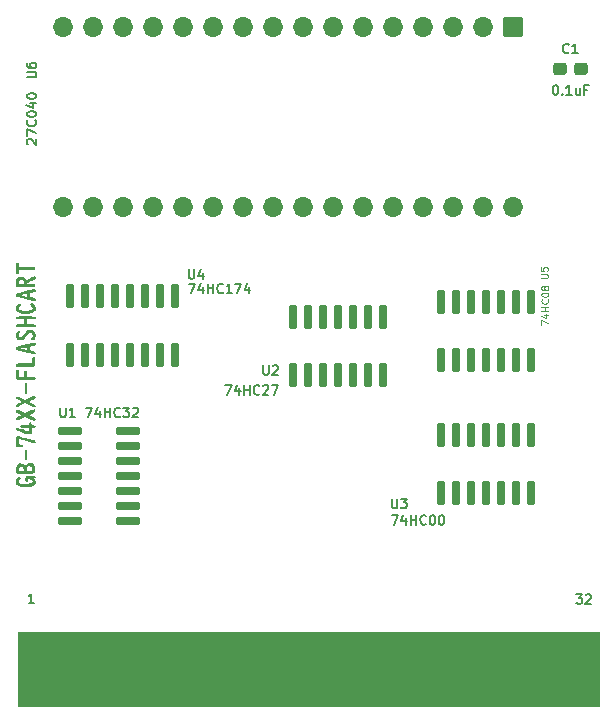
<source format=gbr>
G04 #@! TF.GenerationSoftware,KiCad,Pcbnew,(6.0.2)*
G04 #@! TF.CreationDate,2022-02-19T19:54:12+00:00*
G04 #@! TF.ProjectId,Gameboy 64KB Cart Discrete Logic Fixed Rev2,47616d65-626f-4792-9036-344b42204361,rev?*
G04 #@! TF.SameCoordinates,Original*
G04 #@! TF.FileFunction,Soldermask,Top*
G04 #@! TF.FilePolarity,Negative*
%FSLAX46Y46*%
G04 Gerber Fmt 4.6, Leading zero omitted, Abs format (unit mm)*
G04 Created by KiCad (PCBNEW (6.0.2)) date 2022-02-19 19:54:12*
%MOMM*%
%LPD*%
G01*
G04 APERTURE LIST*
G04 Aperture macros list*
%AMRoundRect*
0 Rectangle with rounded corners*
0 $1 Rounding radius*
0 $2 $3 $4 $5 $6 $7 $8 $9 X,Y pos of 4 corners*
0 Add a 4 corners polygon primitive as box body*
4,1,4,$2,$3,$4,$5,$6,$7,$8,$9,$2,$3,0*
0 Add four circle primitives for the rounded corners*
1,1,$1+$1,$2,$3*
1,1,$1+$1,$4,$5*
1,1,$1+$1,$6,$7*
1,1,$1+$1,$8,$9*
0 Add four rect primitives between the rounded corners*
20,1,$1+$1,$2,$3,$4,$5,0*
20,1,$1+$1,$4,$5,$6,$7,0*
20,1,$1+$1,$6,$7,$8,$9,0*
20,1,$1+$1,$8,$9,$2,$3,0*%
G04 Aperture macros list end*
%ADD10C,0.150000*%
%ADD11C,0.100000*%
%ADD12RoundRect,0.201000X0.825000X0.150000X-0.825000X0.150000X-0.825000X-0.150000X0.825000X-0.150000X0*%
%ADD13RoundRect,0.201000X-0.150000X0.825000X-0.150000X-0.825000X0.150000X-0.825000X0.150000X0.825000X0*%
%ADD14RoundRect,0.201000X0.150000X-0.825000X0.150000X0.825000X-0.150000X0.825000X-0.150000X-0.825000X0*%
%ADD15RoundRect,0.051000X-0.800000X0.800000X-0.800000X-0.800000X0.800000X-0.800000X0.800000X0.800000X0*%
%ADD16O,1.702000X1.702000*%
%ADD17RoundRect,0.288500X-0.300000X-0.237500X0.300000X-0.237500X0.300000X0.237500X-0.300000X0.237500X0*%
G04 APERTURE END LIST*
D10*
X123690476Y-83961904D02*
X123690476Y-84609523D01*
X123728571Y-84685714D01*
X123766666Y-84723809D01*
X123842857Y-84761904D01*
X123995238Y-84761904D01*
X124071428Y-84723809D01*
X124109523Y-84685714D01*
X124147619Y-84609523D01*
X124147619Y-83961904D01*
X124947619Y-84761904D02*
X124490476Y-84761904D01*
X124719047Y-84761904D02*
X124719047Y-83961904D01*
X124642857Y-84076190D01*
X124566666Y-84152380D01*
X124490476Y-84190476D01*
X125871428Y-83961904D02*
X126404761Y-83961904D01*
X126061904Y-84761904D01*
X127052380Y-84228571D02*
X127052380Y-84761904D01*
X126861904Y-83923809D02*
X126671428Y-84495238D01*
X127166666Y-84495238D01*
X127471428Y-84761904D02*
X127471428Y-83961904D01*
X127471428Y-84342857D02*
X127928571Y-84342857D01*
X127928571Y-84761904D02*
X127928571Y-83961904D01*
X128766666Y-84685714D02*
X128728571Y-84723809D01*
X128614285Y-84761904D01*
X128538095Y-84761904D01*
X128423809Y-84723809D01*
X128347619Y-84647619D01*
X128309523Y-84571428D01*
X128271428Y-84419047D01*
X128271428Y-84304761D01*
X128309523Y-84152380D01*
X128347619Y-84076190D01*
X128423809Y-84000000D01*
X128538095Y-83961904D01*
X128614285Y-83961904D01*
X128728571Y-84000000D01*
X128766666Y-84038095D01*
X129033333Y-83961904D02*
X129528571Y-83961904D01*
X129261904Y-84266666D01*
X129376190Y-84266666D01*
X129452380Y-84304761D01*
X129490476Y-84342857D01*
X129528571Y-84419047D01*
X129528571Y-84609523D01*
X129490476Y-84685714D01*
X129452380Y-84723809D01*
X129376190Y-84761904D01*
X129147619Y-84761904D01*
X129071428Y-84723809D01*
X129033333Y-84685714D01*
X129833333Y-84038095D02*
X129871428Y-84000000D01*
X129947619Y-83961904D01*
X130138095Y-83961904D01*
X130214285Y-84000000D01*
X130252380Y-84038095D01*
X130290476Y-84114285D01*
X130290476Y-84190476D01*
X130252380Y-84304761D01*
X129795238Y-84761904D01*
X130290476Y-84761904D01*
X140890476Y-80361904D02*
X140890476Y-81009523D01*
X140928571Y-81085714D01*
X140966666Y-81123809D01*
X141042857Y-81161904D01*
X141195238Y-81161904D01*
X141271428Y-81123809D01*
X141309523Y-81085714D01*
X141347619Y-81009523D01*
X141347619Y-80361904D01*
X141690476Y-80438095D02*
X141728571Y-80400000D01*
X141804761Y-80361904D01*
X141995238Y-80361904D01*
X142071428Y-80400000D01*
X142109523Y-80438095D01*
X142147619Y-80514285D01*
X142147619Y-80590476D01*
X142109523Y-80704761D01*
X141652380Y-81161904D01*
X142147619Y-81161904D01*
X137671428Y-82061904D02*
X138204761Y-82061904D01*
X137861904Y-82861904D01*
X138852380Y-82328571D02*
X138852380Y-82861904D01*
X138661904Y-82023809D02*
X138471428Y-82595238D01*
X138966666Y-82595238D01*
X139271428Y-82861904D02*
X139271428Y-82061904D01*
X139271428Y-82442857D02*
X139728571Y-82442857D01*
X139728571Y-82861904D02*
X139728571Y-82061904D01*
X140566666Y-82785714D02*
X140528571Y-82823809D01*
X140414285Y-82861904D01*
X140338095Y-82861904D01*
X140223809Y-82823809D01*
X140147619Y-82747619D01*
X140109523Y-82671428D01*
X140071428Y-82519047D01*
X140071428Y-82404761D01*
X140109523Y-82252380D01*
X140147619Y-82176190D01*
X140223809Y-82100000D01*
X140338095Y-82061904D01*
X140414285Y-82061904D01*
X140528571Y-82100000D01*
X140566666Y-82138095D01*
X140871428Y-82138095D02*
X140909523Y-82100000D01*
X140985714Y-82061904D01*
X141176190Y-82061904D01*
X141252380Y-82100000D01*
X141290476Y-82138095D01*
X141328571Y-82214285D01*
X141328571Y-82290476D01*
X141290476Y-82404761D01*
X140833333Y-82861904D01*
X141328571Y-82861904D01*
X141595238Y-82061904D02*
X142128571Y-82061904D01*
X141785714Y-82861904D01*
X151790476Y-91661904D02*
X151790476Y-92309523D01*
X151828571Y-92385714D01*
X151866666Y-92423809D01*
X151942857Y-92461904D01*
X152095238Y-92461904D01*
X152171428Y-92423809D01*
X152209523Y-92385714D01*
X152247619Y-92309523D01*
X152247619Y-91661904D01*
X152552380Y-91661904D02*
X153047619Y-91661904D01*
X152780952Y-91966666D01*
X152895238Y-91966666D01*
X152971428Y-92004761D01*
X153009523Y-92042857D01*
X153047619Y-92119047D01*
X153047619Y-92309523D01*
X153009523Y-92385714D01*
X152971428Y-92423809D01*
X152895238Y-92461904D01*
X152666666Y-92461904D01*
X152590476Y-92423809D01*
X152552380Y-92385714D01*
X151771428Y-93061904D02*
X152304761Y-93061904D01*
X151961904Y-93861904D01*
X152952380Y-93328571D02*
X152952380Y-93861904D01*
X152761904Y-93023809D02*
X152571428Y-93595238D01*
X153066666Y-93595238D01*
X153371428Y-93861904D02*
X153371428Y-93061904D01*
X153371428Y-93442857D02*
X153828571Y-93442857D01*
X153828571Y-93861904D02*
X153828571Y-93061904D01*
X154666666Y-93785714D02*
X154628571Y-93823809D01*
X154514285Y-93861904D01*
X154438095Y-93861904D01*
X154323809Y-93823809D01*
X154247619Y-93747619D01*
X154209523Y-93671428D01*
X154171428Y-93519047D01*
X154171428Y-93404761D01*
X154209523Y-93252380D01*
X154247619Y-93176190D01*
X154323809Y-93100000D01*
X154438095Y-93061904D01*
X154514285Y-93061904D01*
X154628571Y-93100000D01*
X154666666Y-93138095D01*
X155161904Y-93061904D02*
X155238095Y-93061904D01*
X155314285Y-93100000D01*
X155352380Y-93138095D01*
X155390476Y-93214285D01*
X155428571Y-93366666D01*
X155428571Y-93557142D01*
X155390476Y-93709523D01*
X155352380Y-93785714D01*
X155314285Y-93823809D01*
X155238095Y-93861904D01*
X155161904Y-93861904D01*
X155085714Y-93823809D01*
X155047619Y-93785714D01*
X155009523Y-93709523D01*
X154971428Y-93557142D01*
X154971428Y-93366666D01*
X155009523Y-93214285D01*
X155047619Y-93138095D01*
X155085714Y-93100000D01*
X155161904Y-93061904D01*
X155923809Y-93061904D02*
X156000000Y-93061904D01*
X156076190Y-93100000D01*
X156114285Y-93138095D01*
X156152380Y-93214285D01*
X156190476Y-93366666D01*
X156190476Y-93557142D01*
X156152380Y-93709523D01*
X156114285Y-93785714D01*
X156076190Y-93823809D01*
X156000000Y-93861904D01*
X155923809Y-93861904D01*
X155847619Y-93823809D01*
X155809523Y-93785714D01*
X155771428Y-93709523D01*
X155733333Y-93557142D01*
X155733333Y-93366666D01*
X155771428Y-93214285D01*
X155809523Y-93138095D01*
X155847619Y-93100000D01*
X155923809Y-93061904D01*
X134590476Y-72261904D02*
X134590476Y-72909523D01*
X134628571Y-72985714D01*
X134666666Y-73023809D01*
X134742857Y-73061904D01*
X134895238Y-73061904D01*
X134971428Y-73023809D01*
X135009523Y-72985714D01*
X135047619Y-72909523D01*
X135047619Y-72261904D01*
X135771428Y-72528571D02*
X135771428Y-73061904D01*
X135580952Y-72223809D02*
X135390476Y-72795238D01*
X135885714Y-72795238D01*
X134590476Y-73461904D02*
X135123809Y-73461904D01*
X134780952Y-74261904D01*
X135771428Y-73728571D02*
X135771428Y-74261904D01*
X135580952Y-73423809D02*
X135390476Y-73995238D01*
X135885714Y-73995238D01*
X136190476Y-74261904D02*
X136190476Y-73461904D01*
X136190476Y-73842857D02*
X136647619Y-73842857D01*
X136647619Y-74261904D02*
X136647619Y-73461904D01*
X137485714Y-74185714D02*
X137447619Y-74223809D01*
X137333333Y-74261904D01*
X137257142Y-74261904D01*
X137142857Y-74223809D01*
X137066666Y-74147619D01*
X137028571Y-74071428D01*
X136990476Y-73919047D01*
X136990476Y-73804761D01*
X137028571Y-73652380D01*
X137066666Y-73576190D01*
X137142857Y-73500000D01*
X137257142Y-73461904D01*
X137333333Y-73461904D01*
X137447619Y-73500000D01*
X137485714Y-73538095D01*
X138247619Y-74261904D02*
X137790476Y-74261904D01*
X138019047Y-74261904D02*
X138019047Y-73461904D01*
X137942857Y-73576190D01*
X137866666Y-73652380D01*
X137790476Y-73690476D01*
X138514285Y-73461904D02*
X139047619Y-73461904D01*
X138704761Y-74261904D01*
X139695238Y-73728571D02*
X139695238Y-74261904D01*
X139504761Y-73423809D02*
X139314285Y-73995238D01*
X139809523Y-73995238D01*
D11*
X164371428Y-73007142D02*
X164857142Y-73007142D01*
X164914285Y-72978571D01*
X164942857Y-72950000D01*
X164971428Y-72892857D01*
X164971428Y-72778571D01*
X164942857Y-72721428D01*
X164914285Y-72692857D01*
X164857142Y-72664285D01*
X164371428Y-72664285D01*
X164371428Y-72092857D02*
X164371428Y-72378571D01*
X164657142Y-72407142D01*
X164628571Y-72378571D01*
X164600000Y-72321428D01*
X164600000Y-72178571D01*
X164628571Y-72121428D01*
X164657142Y-72092857D01*
X164714285Y-72064285D01*
X164857142Y-72064285D01*
X164914285Y-72092857D01*
X164942857Y-72121428D01*
X164971428Y-72178571D01*
X164971428Y-72321428D01*
X164942857Y-72378571D01*
X164914285Y-72407142D01*
X164421428Y-76971428D02*
X164421428Y-76571428D01*
X165021428Y-76828571D01*
X164621428Y-76085714D02*
X165021428Y-76085714D01*
X164392857Y-76228571D02*
X164821428Y-76371428D01*
X164821428Y-76000000D01*
X165021428Y-75771428D02*
X164421428Y-75771428D01*
X164707142Y-75771428D02*
X164707142Y-75428571D01*
X165021428Y-75428571D02*
X164421428Y-75428571D01*
X164964285Y-74800000D02*
X164992857Y-74828571D01*
X165021428Y-74914285D01*
X165021428Y-74971428D01*
X164992857Y-75057142D01*
X164935714Y-75114285D01*
X164878571Y-75142857D01*
X164764285Y-75171428D01*
X164678571Y-75171428D01*
X164564285Y-75142857D01*
X164507142Y-75114285D01*
X164450000Y-75057142D01*
X164421428Y-74971428D01*
X164421428Y-74914285D01*
X164450000Y-74828571D01*
X164478571Y-74800000D01*
X164421428Y-74428571D02*
X164421428Y-74371428D01*
X164450000Y-74314285D01*
X164478571Y-74285714D01*
X164535714Y-74257142D01*
X164650000Y-74228571D01*
X164792857Y-74228571D01*
X164907142Y-74257142D01*
X164964285Y-74285714D01*
X164992857Y-74314285D01*
X165021428Y-74371428D01*
X165021428Y-74428571D01*
X164992857Y-74485714D01*
X164964285Y-74514285D01*
X164907142Y-74542857D01*
X164792857Y-74571428D01*
X164650000Y-74571428D01*
X164535714Y-74542857D01*
X164478571Y-74514285D01*
X164450000Y-74485714D01*
X164421428Y-74428571D01*
X164678571Y-73885714D02*
X164650000Y-73942857D01*
X164621428Y-73971428D01*
X164564285Y-74000000D01*
X164535714Y-74000000D01*
X164478571Y-73971428D01*
X164450000Y-73942857D01*
X164421428Y-73885714D01*
X164421428Y-73771428D01*
X164450000Y-73714285D01*
X164478571Y-73685714D01*
X164535714Y-73657142D01*
X164564285Y-73657142D01*
X164621428Y-73685714D01*
X164650000Y-73714285D01*
X164678571Y-73771428D01*
X164678571Y-73885714D01*
X164707142Y-73942857D01*
X164735714Y-73971428D01*
X164792857Y-74000000D01*
X164907142Y-74000000D01*
X164964285Y-73971428D01*
X164992857Y-73942857D01*
X165021428Y-73885714D01*
X165021428Y-73771428D01*
X164992857Y-73714285D01*
X164964285Y-73685714D01*
X164907142Y-73657142D01*
X164792857Y-73657142D01*
X164735714Y-73685714D01*
X164707142Y-73714285D01*
X164678571Y-73771428D01*
D10*
X120861904Y-56009523D02*
X121509523Y-56009523D01*
X121585714Y-55971428D01*
X121623809Y-55933333D01*
X121661904Y-55857142D01*
X121661904Y-55704761D01*
X121623809Y-55628571D01*
X121585714Y-55590476D01*
X121509523Y-55552380D01*
X120861904Y-55552380D01*
X120861904Y-54828571D02*
X120861904Y-54980952D01*
X120900000Y-55057142D01*
X120938095Y-55095238D01*
X121052380Y-55171428D01*
X121204761Y-55209523D01*
X121509523Y-55209523D01*
X121585714Y-55171428D01*
X121623809Y-55133333D01*
X121661904Y-55057142D01*
X121661904Y-54904761D01*
X121623809Y-54828571D01*
X121585714Y-54790476D01*
X121509523Y-54752380D01*
X121319047Y-54752380D01*
X121242857Y-54790476D01*
X121204761Y-54828571D01*
X121166666Y-54904761D01*
X121166666Y-55057142D01*
X121204761Y-55133333D01*
X121242857Y-55171428D01*
X121319047Y-55209523D01*
X120938095Y-61652380D02*
X120900000Y-61614285D01*
X120861904Y-61538095D01*
X120861904Y-61347619D01*
X120900000Y-61271428D01*
X120938095Y-61233333D01*
X121014285Y-61195238D01*
X121090476Y-61195238D01*
X121204761Y-61233333D01*
X121661904Y-61690476D01*
X121661904Y-61195238D01*
X120861904Y-60928571D02*
X120861904Y-60395238D01*
X121661904Y-60738095D01*
X121585714Y-59633333D02*
X121623809Y-59671428D01*
X121661904Y-59785714D01*
X121661904Y-59861904D01*
X121623809Y-59976190D01*
X121547619Y-60052380D01*
X121471428Y-60090476D01*
X121319047Y-60128571D01*
X121204761Y-60128571D01*
X121052380Y-60090476D01*
X120976190Y-60052380D01*
X120900000Y-59976190D01*
X120861904Y-59861904D01*
X120861904Y-59785714D01*
X120900000Y-59671428D01*
X120938095Y-59633333D01*
X120861904Y-59138095D02*
X120861904Y-59061904D01*
X120900000Y-58985714D01*
X120938095Y-58947619D01*
X121014285Y-58909523D01*
X121166666Y-58871428D01*
X121357142Y-58871428D01*
X121509523Y-58909523D01*
X121585714Y-58947619D01*
X121623809Y-58985714D01*
X121661904Y-59061904D01*
X121661904Y-59138095D01*
X121623809Y-59214285D01*
X121585714Y-59252380D01*
X121509523Y-59290476D01*
X121357142Y-59328571D01*
X121166666Y-59328571D01*
X121014285Y-59290476D01*
X120938095Y-59252380D01*
X120900000Y-59214285D01*
X120861904Y-59138095D01*
X121128571Y-58185714D02*
X121661904Y-58185714D01*
X120823809Y-58376190D02*
X121395238Y-58566666D01*
X121395238Y-58071428D01*
X120861904Y-57614285D02*
X120861904Y-57538095D01*
X120900000Y-57461904D01*
X120938095Y-57423809D01*
X121014285Y-57385714D01*
X121166666Y-57347619D01*
X121357142Y-57347619D01*
X121509523Y-57385714D01*
X121585714Y-57423809D01*
X121623809Y-57461904D01*
X121661904Y-57538095D01*
X121661904Y-57614285D01*
X121623809Y-57690476D01*
X121585714Y-57728571D01*
X121509523Y-57766666D01*
X121357142Y-57804761D01*
X121166666Y-57804761D01*
X121014285Y-57766666D01*
X120938095Y-57728571D01*
X120900000Y-57690476D01*
X120861904Y-57614285D01*
X166766666Y-53885714D02*
X166728571Y-53923809D01*
X166614285Y-53961904D01*
X166538095Y-53961904D01*
X166423809Y-53923809D01*
X166347619Y-53847619D01*
X166309523Y-53771428D01*
X166271428Y-53619047D01*
X166271428Y-53504761D01*
X166309523Y-53352380D01*
X166347619Y-53276190D01*
X166423809Y-53200000D01*
X166538095Y-53161904D01*
X166614285Y-53161904D01*
X166728571Y-53200000D01*
X166766666Y-53238095D01*
X167528571Y-53961904D02*
X167071428Y-53961904D01*
X167300000Y-53961904D02*
X167300000Y-53161904D01*
X167223809Y-53276190D01*
X167147619Y-53352380D01*
X167071428Y-53390476D01*
X165585714Y-56661904D02*
X165661904Y-56661904D01*
X165738095Y-56700000D01*
X165776190Y-56738095D01*
X165814285Y-56814285D01*
X165852380Y-56966666D01*
X165852380Y-57157142D01*
X165814285Y-57309523D01*
X165776190Y-57385714D01*
X165738095Y-57423809D01*
X165661904Y-57461904D01*
X165585714Y-57461904D01*
X165509523Y-57423809D01*
X165471428Y-57385714D01*
X165433333Y-57309523D01*
X165395238Y-57157142D01*
X165395238Y-56966666D01*
X165433333Y-56814285D01*
X165471428Y-56738095D01*
X165509523Y-56700000D01*
X165585714Y-56661904D01*
X166195238Y-57385714D02*
X166233333Y-57423809D01*
X166195238Y-57461904D01*
X166157142Y-57423809D01*
X166195238Y-57385714D01*
X166195238Y-57461904D01*
X166995238Y-57461904D02*
X166538095Y-57461904D01*
X166766666Y-57461904D02*
X166766666Y-56661904D01*
X166690476Y-56776190D01*
X166614285Y-56852380D01*
X166538095Y-56890476D01*
X167680952Y-56928571D02*
X167680952Y-57461904D01*
X167338095Y-56928571D02*
X167338095Y-57347619D01*
X167376190Y-57423809D01*
X167452380Y-57461904D01*
X167566666Y-57461904D01*
X167642857Y-57423809D01*
X167680952Y-57385714D01*
X168328571Y-57042857D02*
X168061904Y-57042857D01*
X168061904Y-57461904D02*
X168061904Y-56661904D01*
X168442857Y-56661904D01*
G36*
X120286708Y-73759605D02*
G01*
X120143315Y-73750344D01*
X120049332Y-73737860D01*
X120024256Y-73729952D01*
X119987565Y-73700057D01*
X119966162Y-73647822D01*
X119956211Y-73556190D01*
X119953869Y-73417001D01*
X119954022Y-73405387D01*
X120179908Y-73405387D01*
X120194191Y-73468024D01*
X120264625Y-73501504D01*
X120398255Y-73512709D01*
X120425792Y-73512894D01*
X120645273Y-73512894D01*
X120645273Y-73386369D01*
X120627611Y-73279382D01*
X120564094Y-73207013D01*
X120551478Y-73198388D01*
X120435665Y-73159968D01*
X120323481Y-73186989D01*
X120233149Y-73273591D01*
X120214733Y-73306710D01*
X120179908Y-73405387D01*
X119954022Y-73405387D01*
X119955748Y-73274441D01*
X119966084Y-73181922D01*
X119991924Y-73116720D01*
X120040313Y-73056109D01*
X120077594Y-73017994D01*
X120157624Y-72945845D01*
X120231043Y-72908863D01*
X120328490Y-72895603D01*
X120408740Y-72894270D01*
X120533881Y-72898844D01*
X120617527Y-72920549D01*
X120690779Y-72971357D01*
X120745987Y-73024096D01*
X120875814Y-73153922D01*
X121042563Y-73062806D01*
X121177417Y-72988999D01*
X121316860Y-72912503D01*
X121359963Y-72888810D01*
X121456960Y-72840458D01*
X121516898Y-72828714D01*
X121563340Y-72849918D01*
X121570960Y-72856013D01*
X121622326Y-72918007D01*
X121621640Y-72981414D01*
X121564614Y-73051500D01*
X121446958Y-73133531D01*
X121264383Y-73232773D01*
X121263897Y-73233018D01*
X121080147Y-73329699D01*
X120963374Y-73401914D01*
X120913287Y-73452972D01*
X120929592Y-73486186D01*
X121011996Y-73504863D01*
X121160207Y-73512315D01*
X121239141Y-73512894D01*
X121405956Y-73515068D01*
X121513352Y-73522979D01*
X121574597Y-73538711D01*
X121602960Y-73564347D01*
X121605706Y-73570455D01*
X121625913Y-73648542D01*
X121603842Y-73702568D01*
X121584127Y-73723954D01*
X121534001Y-73738593D01*
X121424719Y-73750427D01*
X121269851Y-73759404D01*
X121082968Y-73765471D01*
X120877642Y-73768577D01*
X120667443Y-73768670D01*
X120645273Y-73768343D01*
X120465941Y-73765697D01*
X120286708Y-73759605D01*
G37*
G36*
X121583538Y-80013720D02*
G01*
X121586302Y-80190895D01*
X121581698Y-80310008D01*
X121568098Y-80385550D01*
X121543872Y-80432014D01*
X121535451Y-80441299D01*
X121506458Y-80461208D01*
X121458373Y-80476122D01*
X121381633Y-80486724D01*
X121266679Y-80493694D01*
X121103949Y-80497714D01*
X120883883Y-80499467D01*
X120716146Y-80499714D01*
X119955255Y-80499714D01*
X119931001Y-80403078D01*
X119921375Y-80339625D01*
X119933935Y-80291528D01*
X119976755Y-80256710D01*
X120057913Y-80233094D01*
X120185482Y-80218602D01*
X120367540Y-80211157D01*
X120612162Y-80208682D01*
X120687087Y-80208596D01*
X121333615Y-80208596D01*
X121344243Y-79926576D01*
X121354872Y-79644556D01*
X121573210Y-79644556D01*
X121583538Y-80013720D01*
G37*
G36*
X120128735Y-80763321D02*
G01*
X120173537Y-80803122D01*
X120198178Y-80890510D01*
X120207506Y-81036236D01*
X120208039Y-81091046D01*
X120208596Y-81336676D01*
X120645273Y-81336676D01*
X120645273Y-81099001D01*
X120649429Y-80962378D01*
X120664272Y-80882603D01*
X120693362Y-80844092D01*
X120704803Y-80838482D01*
X120789775Y-80831246D01*
X120848598Y-80886917D01*
X120883003Y-81008025D01*
X120892639Y-81113025D01*
X120903473Y-81336676D01*
X121195247Y-81336676D01*
X121342496Y-81341237D01*
X121468026Y-81353310D01*
X121548659Y-81370485D01*
X121557407Y-81374346D01*
X121617517Y-81440808D01*
X121619685Y-81526936D01*
X121584127Y-81584126D01*
X121532060Y-81600362D01*
X121420922Y-81613104D01*
X121264334Y-81622374D01*
X121075920Y-81628190D01*
X120869300Y-81630573D01*
X120658098Y-81629544D01*
X120455936Y-81625122D01*
X120276437Y-81617329D01*
X120133224Y-81606183D01*
X120039917Y-81591706D01*
X120014041Y-81581795D01*
X119985583Y-81551278D01*
X119968054Y-81500693D01*
X119959708Y-81415798D01*
X119958797Y-81282351D01*
X119961598Y-81154216D01*
X119966995Y-80984110D01*
X119974188Y-80873376D01*
X119986485Y-80808623D01*
X120007196Y-80776459D01*
X120039631Y-80763493D01*
X120058922Y-80760355D01*
X120128735Y-80763321D01*
G37*
G36*
X120863611Y-82792264D02*
G01*
X120681662Y-82792264D01*
X120681662Y-81882522D01*
X120863611Y-81882522D01*
X120863611Y-82792264D01*
G37*
G36*
X120863611Y-88432665D02*
G01*
X120681662Y-88432665D01*
X120681662Y-87522923D01*
X120863611Y-87522923D01*
X120863611Y-88432665D01*
G37*
G36*
X121406114Y-75149104D02*
G01*
X121414050Y-75152333D01*
X121530013Y-75238020D01*
X121603016Y-75376092D01*
X121627794Y-75552548D01*
X121615695Y-75665540D01*
X121568743Y-75755811D01*
X121507330Y-75824018D01*
X121374144Y-75924788D01*
X121204947Y-75991255D01*
X120988193Y-76026733D01*
X120772637Y-76035032D01*
X120509492Y-76021971D01*
X120303146Y-75980576D01*
X120142054Y-75907531D01*
X120037943Y-75824018D01*
X119958728Y-75730945D01*
X119924032Y-75640163D01*
X119917479Y-75541068D01*
X119940490Y-75397219D01*
X120001310Y-75273918D01*
X120087624Y-75183883D01*
X120187112Y-75139828D01*
X120287458Y-75154468D01*
X120290473Y-75156010D01*
X120346249Y-75216780D01*
X120341809Y-75295286D01*
X120279489Y-75372057D01*
X120263181Y-75383617D01*
X120186931Y-75467358D01*
X120176587Y-75563782D01*
X120231719Y-75655621D01*
X120270678Y-75686339D01*
X120332639Y-75716921D01*
X120416709Y-75736466D01*
X120538633Y-75747053D01*
X120714157Y-75750760D01*
X120759270Y-75750860D01*
X120939315Y-75749119D01*
X121063292Y-75742173D01*
X121147866Y-75727438D01*
X121209700Y-75702331D01*
X121252131Y-75674430D01*
X121343902Y-75580845D01*
X121364931Y-75491944D01*
X121315030Y-75411901D01*
X121265458Y-75377642D01*
X121185133Y-75316521D01*
X121161506Y-75246193D01*
X121162826Y-75223521D01*
X121198772Y-75143904D01*
X121280867Y-75118815D01*
X121406114Y-75149104D01*
G37*
G36*
X121200634Y-85207698D02*
G01*
X121263319Y-85257018D01*
X121293721Y-85334161D01*
X121327319Y-85396816D01*
X121396184Y-85412321D01*
X121508786Y-85432670D01*
X121591882Y-85484278D01*
X121632730Y-85552982D01*
X121618590Y-85624623D01*
X121603534Y-85642789D01*
X121554225Y-85658700D01*
X121463814Y-85666792D01*
X121443887Y-85667049D01*
X121308500Y-85667049D01*
X121293986Y-85923914D01*
X121286021Y-86044875D01*
X121271983Y-86134911D01*
X121243457Y-86195242D01*
X121192029Y-86227087D01*
X121109288Y-86231667D01*
X120986819Y-86210199D01*
X120816210Y-86163906D01*
X120589046Y-86094005D01*
X120441753Y-86047458D01*
X120240222Y-85982926D01*
X120098066Y-85934488D01*
X120005009Y-85897124D01*
X119950776Y-85865815D01*
X119925092Y-85835542D01*
X119917681Y-85801285D01*
X119917479Y-85791354D01*
X119936174Y-85715035D01*
X119969459Y-85681208D01*
X120021662Y-85684138D01*
X120128958Y-85705964D01*
X120277153Y-85743303D01*
X120452055Y-85792770D01*
X120508416Y-85809714D01*
X120686057Y-85863348D01*
X120838379Y-85908357D01*
X120952072Y-85940884D01*
X121013827Y-85957069D01*
X121020476Y-85958166D01*
X121036245Y-85925877D01*
X121044956Y-85845302D01*
X121045559Y-85813881D01*
X121045559Y-85669595D01*
X120672992Y-85659224D01*
X120503726Y-85653240D01*
X120393843Y-85644743D01*
X120329944Y-85630931D01*
X120298634Y-85609003D01*
X120286943Y-85578480D01*
X120293865Y-85506698D01*
X120350858Y-85456847D01*
X120464250Y-85426528D01*
X120640367Y-85413340D01*
X120725007Y-85412321D01*
X120878048Y-85411583D01*
X120972466Y-85406655D01*
X121022418Y-85393471D01*
X121042062Y-85367961D01*
X121045553Y-85326057D01*
X121045559Y-85320205D01*
X121070031Y-85238070D01*
X121128963Y-85200974D01*
X121200634Y-85207698D01*
G37*
G36*
X120147424Y-71716537D02*
G01*
X120181256Y-71744135D01*
X120196087Y-71813596D01*
X120201493Y-71884456D01*
X120212584Y-72057307D01*
X120898101Y-72057307D01*
X121141229Y-72058018D01*
X121321187Y-72060671D01*
X121447574Y-72066047D01*
X121529990Y-72074927D01*
X121578036Y-72088091D01*
X121601311Y-72106322D01*
X121605706Y-72114868D01*
X121623903Y-72188634D01*
X121605663Y-72261625D01*
X121603694Y-72266547D01*
X121577299Y-72283542D01*
X121508953Y-72296115D01*
X121391477Y-72304728D01*
X121217694Y-72309846D01*
X120980426Y-72311931D01*
X120898962Y-72312035D01*
X120212584Y-72312035D01*
X120201493Y-72484886D01*
X120191685Y-72589187D01*
X120170998Y-72639951D01*
X120126073Y-72656377D01*
X120081233Y-72657737D01*
X119972064Y-72657737D01*
X119972064Y-71711605D01*
X120081233Y-71711605D01*
X120147424Y-71716537D01*
G37*
G36*
X121568359Y-83005514D02*
G01*
X121591507Y-83028921D01*
X121620619Y-83089374D01*
X121600383Y-83149917D01*
X121525001Y-83216758D01*
X121388677Y-83296109D01*
X121301305Y-83339781D01*
X121034613Y-83468816D01*
X121267522Y-83571935D01*
X121452242Y-83661601D01*
X121569591Y-83738837D01*
X121623096Y-83807659D01*
X121616283Y-83872081D01*
X121573403Y-83920183D01*
X121540856Y-83942045D01*
X121502321Y-83949650D01*
X121445806Y-83939555D01*
X121359320Y-83908320D01*
X121230873Y-83852503D01*
X121053414Y-83770956D01*
X120715566Y-83614240D01*
X120406962Y-83767292D01*
X120227184Y-83852247D01*
X120099724Y-83900715D01*
X120014892Y-83914308D01*
X119962996Y-83894640D01*
X119935120Y-83845818D01*
X119929622Y-83775362D01*
X119967722Y-83711862D01*
X120058171Y-83646691D01*
X120209719Y-83571218D01*
X120216830Y-83568018D01*
X120434598Y-83470290D01*
X120196902Y-83350459D01*
X120055983Y-83276386D01*
X119971005Y-83220762D01*
X119931315Y-83172677D01*
X119926259Y-83121221D01*
X119935777Y-83083056D01*
X119962265Y-83035745D01*
X120009874Y-83016892D01*
X120088883Y-83028177D01*
X120209571Y-83071283D01*
X120382217Y-83147892D01*
X120409295Y-83160532D01*
X120729237Y-83310462D01*
X121060249Y-83156295D01*
X121245443Y-83071730D01*
X121377252Y-83017150D01*
X121467274Y-82989775D01*
X121527110Y-82986824D01*
X121568359Y-83005514D01*
G37*
G36*
X121382630Y-89746853D02*
G01*
X121506652Y-89757951D01*
X121547827Y-89766129D01*
X121610041Y-89809898D01*
X121621502Y-89874928D01*
X121584687Y-89932847D01*
X121531423Y-89953980D01*
X121481267Y-89964237D01*
X121478934Y-89986170D01*
X121526102Y-90037961D01*
X121540520Y-90052398D01*
X121616464Y-90174465D01*
X121630872Y-90312172D01*
X121584717Y-90443880D01*
X121519550Y-90518710D01*
X121388143Y-90606546D01*
X121231817Y-90663814D01*
X121034943Y-90694566D01*
X120809026Y-90702922D01*
X120556285Y-90693530D01*
X120359426Y-90662265D01*
X120203766Y-90605074D01*
X120074623Y-90517908D01*
X120046388Y-90492496D01*
X119964705Y-90404661D01*
X119927002Y-90323178D01*
X119917497Y-90212867D01*
X119917479Y-90205157D01*
X119942463Y-90051282D01*
X120009629Y-89924699D01*
X120107294Y-89841079D01*
X120207938Y-89815473D01*
X120302256Y-89837825D01*
X120341513Y-89895125D01*
X120323927Y-89972739D01*
X120247714Y-90056034D01*
X120238116Y-90063167D01*
X120179743Y-90142675D01*
X120180985Y-90238039D01*
X120239352Y-90327172D01*
X120270616Y-90351382D01*
X120333318Y-90382246D01*
X120418555Y-90401861D01*
X120542227Y-90412352D01*
X120720237Y-90415850D01*
X120752779Y-90415903D01*
X120991931Y-90408443D01*
X121166401Y-90384668D01*
X121282882Y-90342483D01*
X121348068Y-90279795D01*
X121366580Y-90223906D01*
X121360435Y-90165848D01*
X121312579Y-90117978D01*
X121221021Y-90070390D01*
X121094969Y-90018098D01*
X121019797Y-90003515D01*
X120983193Y-90028243D01*
X120972845Y-90093884D01*
X120972780Y-90102697D01*
X120947983Y-90197807D01*
X120881481Y-90239321D01*
X120809026Y-90228919D01*
X120773837Y-90188970D01*
X120756975Y-90096140D01*
X120754442Y-90010822D01*
X120757980Y-89894529D01*
X120774350Y-89829378D01*
X120812185Y-89793851D01*
X120847785Y-89778183D01*
X120936386Y-89759869D01*
X121072035Y-89748250D01*
X121229270Y-89743766D01*
X121382630Y-89746853D01*
G37*
G36*
X121323046Y-77383396D02*
G01*
X121473863Y-77459205D01*
X121512820Y-77493413D01*
X121585463Y-77611309D01*
X121621466Y-77766490D01*
X121619147Y-77932409D01*
X121576827Y-78082520D01*
X121552836Y-78125529D01*
X121456279Y-78226824D01*
X121343823Y-78275366D01*
X121245784Y-78266815D01*
X121196913Y-78217425D01*
X121207181Y-78134805D01*
X121275479Y-78026550D01*
X121282092Y-78018579D01*
X121356679Y-77894967D01*
X121365563Y-77784673D01*
X121308655Y-77695563D01*
X121285945Y-77678692D01*
X121168431Y-77638627D01*
X121051545Y-77669294D01*
X120940502Y-77768791D01*
X120905257Y-77817577D01*
X120818562Y-77936591D01*
X120714631Y-78062283D01*
X120676846Y-78103786D01*
X120591534Y-78186618D01*
X120518339Y-78227949D01*
X120424250Y-78241787D01*
X120349339Y-78242744D01*
X120163169Y-78216526D01*
X120029207Y-78139604D01*
X119947412Y-78011937D01*
X119917741Y-77833482D01*
X119917615Y-77818367D01*
X119940196Y-77667305D01*
X120000492Y-77544004D01*
X120087804Y-77464430D01*
X120169220Y-77442980D01*
X120264530Y-77467780D01*
X120306660Y-77531491D01*
X120290156Y-77618076D01*
X120248421Y-77675857D01*
X120185034Y-77777552D01*
X120180656Y-77873460D01*
X120235289Y-77946444D01*
X120248376Y-77954250D01*
X120358051Y-77981553D01*
X120465097Y-77941742D01*
X120573682Y-77832666D01*
X120624147Y-77760429D01*
X120706640Y-77641799D01*
X120790557Y-77536080D01*
X120839041Y-77484357D01*
X120983664Y-77395677D01*
X121152322Y-77362122D01*
X121323046Y-77383396D01*
G37*
G36*
X121568359Y-84133595D02*
G01*
X121591507Y-84157001D01*
X121620619Y-84217454D01*
X121600383Y-84277997D01*
X121525001Y-84344838D01*
X121388677Y-84424189D01*
X121301305Y-84467861D01*
X121034613Y-84596897D01*
X121267522Y-84700016D01*
X121452242Y-84789681D01*
X121569591Y-84866917D01*
X121623096Y-84935739D01*
X121616283Y-85000162D01*
X121573403Y-85048263D01*
X121540856Y-85070126D01*
X121502321Y-85077730D01*
X121445806Y-85067635D01*
X121359320Y-85036400D01*
X121230873Y-84980584D01*
X121053414Y-84899036D01*
X120715566Y-84742320D01*
X120406962Y-84895372D01*
X120227184Y-84980327D01*
X120099724Y-85028795D01*
X120014892Y-85042389D01*
X119962996Y-85022720D01*
X119935120Y-84973899D01*
X119929622Y-84903442D01*
X119967722Y-84839943D01*
X120058171Y-84774771D01*
X120209719Y-84699299D01*
X120216830Y-84696098D01*
X120434598Y-84598370D01*
X120196902Y-84478539D01*
X120055983Y-84404466D01*
X119971005Y-84348842D01*
X119931315Y-84300757D01*
X119926259Y-84249301D01*
X119935777Y-84211136D01*
X119962265Y-84163825D01*
X120009874Y-84144972D01*
X120088883Y-84156257D01*
X120209571Y-84199364D01*
X120382217Y-84275972D01*
X120409295Y-84288612D01*
X120729237Y-84438542D01*
X121060249Y-84284376D01*
X121245443Y-84199810D01*
X121377252Y-84145230D01*
X121467274Y-84117855D01*
X121527110Y-84114904D01*
X121568359Y-84133595D01*
G37*
G36*
X120293276Y-89556211D02*
G01*
X120152139Y-89544985D01*
X120056814Y-89522846D01*
X119998313Y-89486090D01*
X119967648Y-89431010D01*
X119955829Y-89353902D01*
X119953868Y-89251060D01*
X119953869Y-89233008D01*
X119955681Y-89199988D01*
X120171503Y-89199988D01*
X120198434Y-89265106D01*
X120282039Y-89298012D01*
X120407598Y-89306017D01*
X120608883Y-89306017D01*
X120863611Y-89306017D01*
X121336677Y-89306017D01*
X121336677Y-89161298D01*
X121324946Y-89052321D01*
X121280859Y-88983573D01*
X121245968Y-88957143D01*
X121126517Y-88915037D01*
X121012649Y-88934871D01*
X120921328Y-89006703D01*
X120869519Y-89120590D01*
X120863611Y-89181253D01*
X120863611Y-89306017D01*
X120608883Y-89306017D01*
X120608883Y-89179492D01*
X120590684Y-89071258D01*
X120526604Y-88999201D01*
X120519075Y-88994123D01*
X120407475Y-88957683D01*
X120297764Y-88980112D01*
X120214354Y-89053797D01*
X120193972Y-89095492D01*
X120171503Y-89199988D01*
X119955681Y-89199988D01*
X119964087Y-89046802D01*
X119999200Y-88914440D01*
X120065892Y-88819304D01*
X120144007Y-88760325D01*
X120304467Y-88697146D01*
X120460822Y-88697973D01*
X120598387Y-88760055D01*
X120692138Y-88863009D01*
X120734828Y-88920174D01*
X120752586Y-88911875D01*
X120753473Y-88899868D01*
X120780255Y-88839130D01*
X120845521Y-88763829D01*
X120866403Y-88745212D01*
X121013949Y-88665213D01*
X121180177Y-88645379D01*
X121343450Y-88685284D01*
X121453947Y-88756810D01*
X121513628Y-88814795D01*
X121550059Y-88871121D01*
X121570192Y-88946697D01*
X121580981Y-89062430D01*
X121585528Y-89152481D01*
X121590515Y-89298885D01*
X121586683Y-89390833D01*
X121570324Y-89446471D01*
X121537729Y-89483943D01*
X121514172Y-89501545D01*
X121472967Y-89522958D01*
X121412383Y-89538664D01*
X121336677Y-89547709D01*
X121321866Y-89549478D01*
X121190861Y-89556219D01*
X121008815Y-89559701D01*
X120765173Y-89560742D01*
X120748944Y-89560745D01*
X120608883Y-89560467D01*
X120489215Y-89560229D01*
X120293276Y-89556211D01*
G37*
G36*
X121048247Y-76242993D02*
G01*
X121259184Y-76246700D01*
X121413541Y-76254873D01*
X121519414Y-76269144D01*
X121584899Y-76291145D01*
X121618090Y-76322508D01*
X121627082Y-76364867D01*
X121621275Y-76413223D01*
X121607155Y-76443310D01*
X121569784Y-76463478D01*
X121496017Y-76476315D01*
X121372708Y-76484409D01*
X121236178Y-76489024D01*
X120863611Y-76499394D01*
X120863611Y-76894589D01*
X121236605Y-76904959D01*
X121405354Y-76910787D01*
X121514686Y-76918929D01*
X121577959Y-76932297D01*
X121608533Y-76953802D01*
X121619767Y-76986354D01*
X121620091Y-76988534D01*
X121608285Y-77070547D01*
X121585521Y-77106801D01*
X121546398Y-77123193D01*
X121461895Y-77135533D01*
X121325709Y-77144168D01*
X121131534Y-77149445D01*
X120873064Y-77151715D01*
X120769814Y-77151863D01*
X120494695Y-77150982D01*
X120284239Y-77147248D01*
X120130341Y-77139021D01*
X120024894Y-77124661D01*
X119959792Y-77102527D01*
X119926930Y-77070981D01*
X119918201Y-77028382D01*
X119923987Y-76980760D01*
X119939141Y-76949271D01*
X119979291Y-76928613D01*
X120058226Y-76915784D01*
X120189735Y-76907784D01*
X120272694Y-76904867D01*
X120608883Y-76894404D01*
X120608883Y-76499579D01*
X120272694Y-76489116D01*
X120112027Y-76482339D01*
X120010350Y-76472130D01*
X119953872Y-76455487D01*
X119928805Y-76429410D01*
X119923987Y-76413223D01*
X119918240Y-76359687D01*
X119929472Y-76318601D01*
X119965777Y-76288333D01*
X120035252Y-76267250D01*
X120145993Y-76253720D01*
X120306094Y-76246111D01*
X120523651Y-76242791D01*
X120772637Y-76242121D01*
X121048247Y-76242993D01*
G37*
G36*
X120541317Y-74724531D02*
G01*
X120348840Y-74675714D01*
X120181969Y-74631366D01*
X120053919Y-74594689D01*
X119977906Y-74568882D01*
X119964303Y-74561754D01*
X119923909Y-74487788D01*
X119924142Y-74448933D01*
X120364036Y-74448933D01*
X120372567Y-74452919D01*
X120445878Y-74466964D01*
X120562643Y-74490249D01*
X120672565Y-74512614D01*
X120900000Y-74559308D01*
X120900000Y-74325566D01*
X120600003Y-74382742D01*
X120474241Y-74409526D01*
X120391707Y-74432786D01*
X120364036Y-74448933D01*
X119924142Y-74448933D01*
X119924475Y-74393566D01*
X119965681Y-74318769D01*
X119966267Y-74318278D01*
X120015092Y-74297957D01*
X120123530Y-74264386D01*
X120280284Y-74220685D01*
X120474051Y-74169970D01*
X120693533Y-74115360D01*
X120757743Y-74099871D01*
X121029749Y-74036038D01*
X121239352Y-73990795D01*
X121394410Y-73963743D01*
X121502776Y-73954481D01*
X121572309Y-73962611D01*
X121610863Y-73987730D01*
X121626294Y-74029441D01*
X121627794Y-74055564D01*
X121612235Y-74120988D01*
X121557249Y-74170539D01*
X121450371Y-74212348D01*
X121345774Y-74239552D01*
X121154728Y-74284337D01*
X121154728Y-74597326D01*
X121345774Y-74642110D01*
X121462198Y-74673916D01*
X121552109Y-74706547D01*
X121582307Y-74722975D01*
X121621174Y-74788808D01*
X121623507Y-74869114D01*
X121603534Y-74907832D01*
X121551507Y-74926929D01*
X121493759Y-74932092D01*
X121425199Y-74923659D01*
X121302944Y-74900496D01*
X121140213Y-74865801D01*
X120950220Y-74822775D01*
X120900000Y-74810922D01*
X120746182Y-74774618D01*
X120541317Y-74724531D01*
G37*
G36*
X120541317Y-79236852D02*
G01*
X120348840Y-79188035D01*
X120181969Y-79143687D01*
X120053919Y-79107010D01*
X119977906Y-79081203D01*
X119964303Y-79074075D01*
X119923909Y-79000109D01*
X119924142Y-78961254D01*
X120364036Y-78961254D01*
X120372567Y-78965240D01*
X120445878Y-78979285D01*
X120562643Y-79002570D01*
X120672565Y-79024935D01*
X120900000Y-79071629D01*
X120900000Y-78837886D01*
X120600003Y-78895063D01*
X120474241Y-78921847D01*
X120391707Y-78945107D01*
X120364036Y-78961254D01*
X119924142Y-78961254D01*
X119924475Y-78905887D01*
X119965681Y-78831090D01*
X119966267Y-78830599D01*
X120015092Y-78810278D01*
X120123530Y-78776707D01*
X120280284Y-78733006D01*
X120474051Y-78682291D01*
X120693533Y-78627681D01*
X120757743Y-78612192D01*
X121029749Y-78548359D01*
X121239352Y-78503116D01*
X121394410Y-78476064D01*
X121502776Y-78466802D01*
X121572309Y-78474932D01*
X121610863Y-78500051D01*
X121626294Y-78541762D01*
X121627794Y-78567885D01*
X121612235Y-78633309D01*
X121557249Y-78682860D01*
X121450371Y-78724669D01*
X121345774Y-78751873D01*
X121154728Y-78796658D01*
X121154728Y-79109647D01*
X121345774Y-79154431D01*
X121462198Y-79186236D01*
X121552109Y-79218868D01*
X121582307Y-79235296D01*
X121621174Y-79301129D01*
X121623507Y-79381434D01*
X121603534Y-79420153D01*
X121551507Y-79439250D01*
X121493759Y-79444413D01*
X121425199Y-79435980D01*
X121302944Y-79412817D01*
X121140213Y-79378122D01*
X120950220Y-79335096D01*
X120900000Y-79323243D01*
X120746182Y-79286939D01*
X120541317Y-79236852D01*
G37*
G36*
X120116644Y-86381221D02*
G01*
X120228854Y-86401763D01*
X120396197Y-86443341D01*
X120413599Y-86447956D01*
X120610340Y-86498852D01*
X120841120Y-86556341D01*
X121068923Y-86611275D01*
X121170458Y-86634998D01*
X121333435Y-86675608D01*
X121469740Y-86715347D01*
X121563862Y-86749318D01*
X121599387Y-86770409D01*
X121624851Y-86858591D01*
X121578769Y-86935828D01*
X121571319Y-86942257D01*
X121540153Y-86956567D01*
X121487078Y-86959559D01*
X121402441Y-86949662D01*
X121276590Y-86925303D01*
X121099871Y-86884909D01*
X120862632Y-86826910D01*
X120861720Y-86826683D01*
X120208596Y-86664240D01*
X120208596Y-87082259D01*
X120381447Y-87093350D01*
X120486273Y-87103863D01*
X120537268Y-87125144D01*
X120553377Y-87168379D01*
X120554298Y-87195416D01*
X120549945Y-87243582D01*
X120526212Y-87271852D01*
X120467093Y-87286772D01*
X120356580Y-87294891D01*
X120305393Y-87297225D01*
X120151903Y-87296961D01*
X120044045Y-87282385D01*
X120005178Y-87265477D01*
X119979587Y-87207978D01*
X119961911Y-87097345D01*
X119952126Y-86952788D01*
X119950214Y-86793519D01*
X119956152Y-86638748D01*
X119969920Y-86507687D01*
X119991496Y-86419546D01*
X120006123Y-86396777D01*
X120046693Y-86380098D01*
X120116644Y-86381221D01*
G37*
X167402380Y-99761904D02*
X167897619Y-99761904D01*
X167630952Y-100066666D01*
X167745238Y-100066666D01*
X167821428Y-100104761D01*
X167859523Y-100142857D01*
X167897619Y-100219047D01*
X167897619Y-100409523D01*
X167859523Y-100485714D01*
X167821428Y-100523809D01*
X167745238Y-100561904D01*
X167516666Y-100561904D01*
X167440476Y-100523809D01*
X167402380Y-100485714D01*
X168202380Y-99838095D02*
X168240476Y-99800000D01*
X168316666Y-99761904D01*
X168507142Y-99761904D01*
X168583333Y-99800000D01*
X168621428Y-99838095D01*
X168659523Y-99914285D01*
X168659523Y-99990476D01*
X168621428Y-100104761D01*
X168164285Y-100561904D01*
X168659523Y-100561904D01*
X121478571Y-100511904D02*
X121021428Y-100511904D01*
X121250000Y-100511904D02*
X121250000Y-99711904D01*
X121173809Y-99826190D01*
X121097619Y-99902380D01*
X121021428Y-99940476D01*
G36*
X169400000Y-109300000D02*
G01*
X120100000Y-109300000D01*
X120100000Y-103000000D01*
X169400000Y-103000000D01*
X169400000Y-109300000D01*
G37*
X123690476Y-83961904D02*
X123690476Y-84609523D01*
X123728571Y-84685714D01*
X123766666Y-84723809D01*
X123842857Y-84761904D01*
X123995238Y-84761904D01*
X124071428Y-84723809D01*
X124109523Y-84685714D01*
X124147619Y-84609523D01*
X124147619Y-83961904D01*
X124947619Y-84761904D02*
X124490476Y-84761904D01*
X124719047Y-84761904D02*
X124719047Y-83961904D01*
X124642857Y-84076190D01*
X124566666Y-84152380D01*
X124490476Y-84190476D01*
X125871428Y-83961904D02*
X126404761Y-83961904D01*
X126061904Y-84761904D01*
X127052380Y-84228571D02*
X127052380Y-84761904D01*
X126861904Y-83923809D02*
X126671428Y-84495238D01*
X127166666Y-84495238D01*
X127471428Y-84761904D02*
X127471428Y-83961904D01*
X127471428Y-84342857D02*
X127928571Y-84342857D01*
X127928571Y-84761904D02*
X127928571Y-83961904D01*
X128766666Y-84685714D02*
X128728571Y-84723809D01*
X128614285Y-84761904D01*
X128538095Y-84761904D01*
X128423809Y-84723809D01*
X128347619Y-84647619D01*
X128309523Y-84571428D01*
X128271428Y-84419047D01*
X128271428Y-84304761D01*
X128309523Y-84152380D01*
X128347619Y-84076190D01*
X128423809Y-84000000D01*
X128538095Y-83961904D01*
X128614285Y-83961904D01*
X128728571Y-84000000D01*
X128766666Y-84038095D01*
X129033333Y-83961904D02*
X129528571Y-83961904D01*
X129261904Y-84266666D01*
X129376190Y-84266666D01*
X129452380Y-84304761D01*
X129490476Y-84342857D01*
X129528571Y-84419047D01*
X129528571Y-84609523D01*
X129490476Y-84685714D01*
X129452380Y-84723809D01*
X129376190Y-84761904D01*
X129147619Y-84761904D01*
X129071428Y-84723809D01*
X129033333Y-84685714D01*
X129833333Y-84038095D02*
X129871428Y-84000000D01*
X129947619Y-83961904D01*
X130138095Y-83961904D01*
X130214285Y-84000000D01*
X130252380Y-84038095D01*
X130290476Y-84114285D01*
X130290476Y-84190476D01*
X130252380Y-84304761D01*
X129795238Y-84761904D01*
X130290476Y-84761904D01*
X140890476Y-80361904D02*
X140890476Y-81009523D01*
X140928571Y-81085714D01*
X140966666Y-81123809D01*
X141042857Y-81161904D01*
X141195238Y-81161904D01*
X141271428Y-81123809D01*
X141309523Y-81085714D01*
X141347619Y-81009523D01*
X141347619Y-80361904D01*
X141690476Y-80438095D02*
X141728571Y-80400000D01*
X141804761Y-80361904D01*
X141995238Y-80361904D01*
X142071428Y-80400000D01*
X142109523Y-80438095D01*
X142147619Y-80514285D01*
X142147619Y-80590476D01*
X142109523Y-80704761D01*
X141652380Y-81161904D01*
X142147619Y-81161904D01*
X137671428Y-82061904D02*
X138204761Y-82061904D01*
X137861904Y-82861904D01*
X138852380Y-82328571D02*
X138852380Y-82861904D01*
X138661904Y-82023809D02*
X138471428Y-82595238D01*
X138966666Y-82595238D01*
X139271428Y-82861904D02*
X139271428Y-82061904D01*
X139271428Y-82442857D02*
X139728571Y-82442857D01*
X139728571Y-82861904D02*
X139728571Y-82061904D01*
X140566666Y-82785714D02*
X140528571Y-82823809D01*
X140414285Y-82861904D01*
X140338095Y-82861904D01*
X140223809Y-82823809D01*
X140147619Y-82747619D01*
X140109523Y-82671428D01*
X140071428Y-82519047D01*
X140071428Y-82404761D01*
X140109523Y-82252380D01*
X140147619Y-82176190D01*
X140223809Y-82100000D01*
X140338095Y-82061904D01*
X140414285Y-82061904D01*
X140528571Y-82100000D01*
X140566666Y-82138095D01*
X140871428Y-82138095D02*
X140909523Y-82100000D01*
X140985714Y-82061904D01*
X141176190Y-82061904D01*
X141252380Y-82100000D01*
X141290476Y-82138095D01*
X141328571Y-82214285D01*
X141328571Y-82290476D01*
X141290476Y-82404761D01*
X140833333Y-82861904D01*
X141328571Y-82861904D01*
X141595238Y-82061904D02*
X142128571Y-82061904D01*
X141785714Y-82861904D01*
X151790476Y-91661904D02*
X151790476Y-92309523D01*
X151828571Y-92385714D01*
X151866666Y-92423809D01*
X151942857Y-92461904D01*
X152095238Y-92461904D01*
X152171428Y-92423809D01*
X152209523Y-92385714D01*
X152247619Y-92309523D01*
X152247619Y-91661904D01*
X152552380Y-91661904D02*
X153047619Y-91661904D01*
X152780952Y-91966666D01*
X152895238Y-91966666D01*
X152971428Y-92004761D01*
X153009523Y-92042857D01*
X153047619Y-92119047D01*
X153047619Y-92309523D01*
X153009523Y-92385714D01*
X152971428Y-92423809D01*
X152895238Y-92461904D01*
X152666666Y-92461904D01*
X152590476Y-92423809D01*
X152552380Y-92385714D01*
X151771428Y-93061904D02*
X152304761Y-93061904D01*
X151961904Y-93861904D01*
X152952380Y-93328571D02*
X152952380Y-93861904D01*
X152761904Y-93023809D02*
X152571428Y-93595238D01*
X153066666Y-93595238D01*
X153371428Y-93861904D02*
X153371428Y-93061904D01*
X153371428Y-93442857D02*
X153828571Y-93442857D01*
X153828571Y-93861904D02*
X153828571Y-93061904D01*
X154666666Y-93785714D02*
X154628571Y-93823809D01*
X154514285Y-93861904D01*
X154438095Y-93861904D01*
X154323809Y-93823809D01*
X154247619Y-93747619D01*
X154209523Y-93671428D01*
X154171428Y-93519047D01*
X154171428Y-93404761D01*
X154209523Y-93252380D01*
X154247619Y-93176190D01*
X154323809Y-93100000D01*
X154438095Y-93061904D01*
X154514285Y-93061904D01*
X154628571Y-93100000D01*
X154666666Y-93138095D01*
X155161904Y-93061904D02*
X155238095Y-93061904D01*
X155314285Y-93100000D01*
X155352380Y-93138095D01*
X155390476Y-93214285D01*
X155428571Y-93366666D01*
X155428571Y-93557142D01*
X155390476Y-93709523D01*
X155352380Y-93785714D01*
X155314285Y-93823809D01*
X155238095Y-93861904D01*
X155161904Y-93861904D01*
X155085714Y-93823809D01*
X155047619Y-93785714D01*
X155009523Y-93709523D01*
X154971428Y-93557142D01*
X154971428Y-93366666D01*
X155009523Y-93214285D01*
X155047619Y-93138095D01*
X155085714Y-93100000D01*
X155161904Y-93061904D01*
X155923809Y-93061904D02*
X156000000Y-93061904D01*
X156076190Y-93100000D01*
X156114285Y-93138095D01*
X156152380Y-93214285D01*
X156190476Y-93366666D01*
X156190476Y-93557142D01*
X156152380Y-93709523D01*
X156114285Y-93785714D01*
X156076190Y-93823809D01*
X156000000Y-93861904D01*
X155923809Y-93861904D01*
X155847619Y-93823809D01*
X155809523Y-93785714D01*
X155771428Y-93709523D01*
X155733333Y-93557142D01*
X155733333Y-93366666D01*
X155771428Y-93214285D01*
X155809523Y-93138095D01*
X155847619Y-93100000D01*
X155923809Y-93061904D01*
X134590476Y-72261904D02*
X134590476Y-72909523D01*
X134628571Y-72985714D01*
X134666666Y-73023809D01*
X134742857Y-73061904D01*
X134895238Y-73061904D01*
X134971428Y-73023809D01*
X135009523Y-72985714D01*
X135047619Y-72909523D01*
X135047619Y-72261904D01*
X135771428Y-72528571D02*
X135771428Y-73061904D01*
X135580952Y-72223809D02*
X135390476Y-72795238D01*
X135885714Y-72795238D01*
X134590476Y-73461904D02*
X135123809Y-73461904D01*
X134780952Y-74261904D01*
X135771428Y-73728571D02*
X135771428Y-74261904D01*
X135580952Y-73423809D02*
X135390476Y-73995238D01*
X135885714Y-73995238D01*
X136190476Y-74261904D02*
X136190476Y-73461904D01*
X136190476Y-73842857D02*
X136647619Y-73842857D01*
X136647619Y-74261904D02*
X136647619Y-73461904D01*
X137485714Y-74185714D02*
X137447619Y-74223809D01*
X137333333Y-74261904D01*
X137257142Y-74261904D01*
X137142857Y-74223809D01*
X137066666Y-74147619D01*
X137028571Y-74071428D01*
X136990476Y-73919047D01*
X136990476Y-73804761D01*
X137028571Y-73652380D01*
X137066666Y-73576190D01*
X137142857Y-73500000D01*
X137257142Y-73461904D01*
X137333333Y-73461904D01*
X137447619Y-73500000D01*
X137485714Y-73538095D01*
X138247619Y-74261904D02*
X137790476Y-74261904D01*
X138019047Y-74261904D02*
X138019047Y-73461904D01*
X137942857Y-73576190D01*
X137866666Y-73652380D01*
X137790476Y-73690476D01*
X138514285Y-73461904D02*
X139047619Y-73461904D01*
X138704761Y-74261904D01*
X139695238Y-73728571D02*
X139695238Y-74261904D01*
X139504761Y-73423809D02*
X139314285Y-73995238D01*
X139809523Y-73995238D01*
D11*
X164371428Y-73007142D02*
X164857142Y-73007142D01*
X164914285Y-72978571D01*
X164942857Y-72950000D01*
X164971428Y-72892857D01*
X164971428Y-72778571D01*
X164942857Y-72721428D01*
X164914285Y-72692857D01*
X164857142Y-72664285D01*
X164371428Y-72664285D01*
X164371428Y-72092857D02*
X164371428Y-72378571D01*
X164657142Y-72407142D01*
X164628571Y-72378571D01*
X164600000Y-72321428D01*
X164600000Y-72178571D01*
X164628571Y-72121428D01*
X164657142Y-72092857D01*
X164714285Y-72064285D01*
X164857142Y-72064285D01*
X164914285Y-72092857D01*
X164942857Y-72121428D01*
X164971428Y-72178571D01*
X164971428Y-72321428D01*
X164942857Y-72378571D01*
X164914285Y-72407142D01*
X164421428Y-76971428D02*
X164421428Y-76571428D01*
X165021428Y-76828571D01*
X164621428Y-76085714D02*
X165021428Y-76085714D01*
X164392857Y-76228571D02*
X164821428Y-76371428D01*
X164821428Y-76000000D01*
X165021428Y-75771428D02*
X164421428Y-75771428D01*
X164707142Y-75771428D02*
X164707142Y-75428571D01*
X165021428Y-75428571D02*
X164421428Y-75428571D01*
X164964285Y-74800000D02*
X164992857Y-74828571D01*
X165021428Y-74914285D01*
X165021428Y-74971428D01*
X164992857Y-75057142D01*
X164935714Y-75114285D01*
X164878571Y-75142857D01*
X164764285Y-75171428D01*
X164678571Y-75171428D01*
X164564285Y-75142857D01*
X164507142Y-75114285D01*
X164450000Y-75057142D01*
X164421428Y-74971428D01*
X164421428Y-74914285D01*
X164450000Y-74828571D01*
X164478571Y-74800000D01*
X164421428Y-74428571D02*
X164421428Y-74371428D01*
X164450000Y-74314285D01*
X164478571Y-74285714D01*
X164535714Y-74257142D01*
X164650000Y-74228571D01*
X164792857Y-74228571D01*
X164907142Y-74257142D01*
X164964285Y-74285714D01*
X164992857Y-74314285D01*
X165021428Y-74371428D01*
X165021428Y-74428571D01*
X164992857Y-74485714D01*
X164964285Y-74514285D01*
X164907142Y-74542857D01*
X164792857Y-74571428D01*
X164650000Y-74571428D01*
X164535714Y-74542857D01*
X164478571Y-74514285D01*
X164450000Y-74485714D01*
X164421428Y-74428571D01*
X164678571Y-73885714D02*
X164650000Y-73942857D01*
X164621428Y-73971428D01*
X164564285Y-74000000D01*
X164535714Y-74000000D01*
X164478571Y-73971428D01*
X164450000Y-73942857D01*
X164421428Y-73885714D01*
X164421428Y-73771428D01*
X164450000Y-73714285D01*
X164478571Y-73685714D01*
X164535714Y-73657142D01*
X164564285Y-73657142D01*
X164621428Y-73685714D01*
X164650000Y-73714285D01*
X164678571Y-73771428D01*
X164678571Y-73885714D01*
X164707142Y-73942857D01*
X164735714Y-73971428D01*
X164792857Y-74000000D01*
X164907142Y-74000000D01*
X164964285Y-73971428D01*
X164992857Y-73942857D01*
X165021428Y-73885714D01*
X165021428Y-73771428D01*
X164992857Y-73714285D01*
X164964285Y-73685714D01*
X164907142Y-73657142D01*
X164792857Y-73657142D01*
X164735714Y-73685714D01*
X164707142Y-73714285D01*
X164678571Y-73771428D01*
D10*
X120861904Y-56009523D02*
X121509523Y-56009523D01*
X121585714Y-55971428D01*
X121623809Y-55933333D01*
X121661904Y-55857142D01*
X121661904Y-55704761D01*
X121623809Y-55628571D01*
X121585714Y-55590476D01*
X121509523Y-55552380D01*
X120861904Y-55552380D01*
X120861904Y-54828571D02*
X120861904Y-54980952D01*
X120900000Y-55057142D01*
X120938095Y-55095238D01*
X121052380Y-55171428D01*
X121204761Y-55209523D01*
X121509523Y-55209523D01*
X121585714Y-55171428D01*
X121623809Y-55133333D01*
X121661904Y-55057142D01*
X121661904Y-54904761D01*
X121623809Y-54828571D01*
X121585714Y-54790476D01*
X121509523Y-54752380D01*
X121319047Y-54752380D01*
X121242857Y-54790476D01*
X121204761Y-54828571D01*
X121166666Y-54904761D01*
X121166666Y-55057142D01*
X121204761Y-55133333D01*
X121242857Y-55171428D01*
X121319047Y-55209523D01*
X120938095Y-61652380D02*
X120900000Y-61614285D01*
X120861904Y-61538095D01*
X120861904Y-61347619D01*
X120900000Y-61271428D01*
X120938095Y-61233333D01*
X121014285Y-61195238D01*
X121090476Y-61195238D01*
X121204761Y-61233333D01*
X121661904Y-61690476D01*
X121661904Y-61195238D01*
X120861904Y-60928571D02*
X120861904Y-60395238D01*
X121661904Y-60738095D01*
X121585714Y-59633333D02*
X121623809Y-59671428D01*
X121661904Y-59785714D01*
X121661904Y-59861904D01*
X121623809Y-59976190D01*
X121547619Y-60052380D01*
X121471428Y-60090476D01*
X121319047Y-60128571D01*
X121204761Y-60128571D01*
X121052380Y-60090476D01*
X120976190Y-60052380D01*
X120900000Y-59976190D01*
X120861904Y-59861904D01*
X120861904Y-59785714D01*
X120900000Y-59671428D01*
X120938095Y-59633333D01*
X120861904Y-59138095D02*
X120861904Y-59061904D01*
X120900000Y-58985714D01*
X120938095Y-58947619D01*
X121014285Y-58909523D01*
X121166666Y-58871428D01*
X121357142Y-58871428D01*
X121509523Y-58909523D01*
X121585714Y-58947619D01*
X121623809Y-58985714D01*
X121661904Y-59061904D01*
X121661904Y-59138095D01*
X121623809Y-59214285D01*
X121585714Y-59252380D01*
X121509523Y-59290476D01*
X121357142Y-59328571D01*
X121166666Y-59328571D01*
X121014285Y-59290476D01*
X120938095Y-59252380D01*
X120900000Y-59214285D01*
X120861904Y-59138095D01*
X121128571Y-58185714D02*
X121661904Y-58185714D01*
X120823809Y-58376190D02*
X121395238Y-58566666D01*
X121395238Y-58071428D01*
X120861904Y-57614285D02*
X120861904Y-57538095D01*
X120900000Y-57461904D01*
X120938095Y-57423809D01*
X121014285Y-57385714D01*
X121166666Y-57347619D01*
X121357142Y-57347619D01*
X121509523Y-57385714D01*
X121585714Y-57423809D01*
X121623809Y-57461904D01*
X121661904Y-57538095D01*
X121661904Y-57614285D01*
X121623809Y-57690476D01*
X121585714Y-57728571D01*
X121509523Y-57766666D01*
X121357142Y-57804761D01*
X121166666Y-57804761D01*
X121014285Y-57766666D01*
X120938095Y-57728571D01*
X120900000Y-57690476D01*
X120861904Y-57614285D01*
X166766666Y-53885714D02*
X166728571Y-53923809D01*
X166614285Y-53961904D01*
X166538095Y-53961904D01*
X166423809Y-53923809D01*
X166347619Y-53847619D01*
X166309523Y-53771428D01*
X166271428Y-53619047D01*
X166271428Y-53504761D01*
X166309523Y-53352380D01*
X166347619Y-53276190D01*
X166423809Y-53200000D01*
X166538095Y-53161904D01*
X166614285Y-53161904D01*
X166728571Y-53200000D01*
X166766666Y-53238095D01*
X167528571Y-53961904D02*
X167071428Y-53961904D01*
X167300000Y-53961904D02*
X167300000Y-53161904D01*
X167223809Y-53276190D01*
X167147619Y-53352380D01*
X167071428Y-53390476D01*
X165585714Y-56661904D02*
X165661904Y-56661904D01*
X165738095Y-56700000D01*
X165776190Y-56738095D01*
X165814285Y-56814285D01*
X165852380Y-56966666D01*
X165852380Y-57157142D01*
X165814285Y-57309523D01*
X165776190Y-57385714D01*
X165738095Y-57423809D01*
X165661904Y-57461904D01*
X165585714Y-57461904D01*
X165509523Y-57423809D01*
X165471428Y-57385714D01*
X165433333Y-57309523D01*
X165395238Y-57157142D01*
X165395238Y-56966666D01*
X165433333Y-56814285D01*
X165471428Y-56738095D01*
X165509523Y-56700000D01*
X165585714Y-56661904D01*
X166195238Y-57385714D02*
X166233333Y-57423809D01*
X166195238Y-57461904D01*
X166157142Y-57423809D01*
X166195238Y-57385714D01*
X166195238Y-57461904D01*
X166995238Y-57461904D02*
X166538095Y-57461904D01*
X166766666Y-57461904D02*
X166766666Y-56661904D01*
X166690476Y-56776190D01*
X166614285Y-56852380D01*
X166538095Y-56890476D01*
X167680952Y-56928571D02*
X167680952Y-57461904D01*
X167338095Y-56928571D02*
X167338095Y-57347619D01*
X167376190Y-57423809D01*
X167452380Y-57461904D01*
X167566666Y-57461904D01*
X167642857Y-57423809D01*
X167680952Y-57385714D01*
X168328571Y-57042857D02*
X168061904Y-57042857D01*
X168061904Y-57461904D02*
X168061904Y-56661904D01*
X168442857Y-56661904D01*
X167402380Y-99761904D02*
X167897619Y-99761904D01*
X167630952Y-100066666D01*
X167745238Y-100066666D01*
X167821428Y-100104761D01*
X167859523Y-100142857D01*
X167897619Y-100219047D01*
X167897619Y-100409523D01*
X167859523Y-100485714D01*
X167821428Y-100523809D01*
X167745238Y-100561904D01*
X167516666Y-100561904D01*
X167440476Y-100523809D01*
X167402380Y-100485714D01*
X168202380Y-99838095D02*
X168240476Y-99800000D01*
X168316666Y-99761904D01*
X168507142Y-99761904D01*
X168583333Y-99800000D01*
X168621428Y-99838095D01*
X168659523Y-99914285D01*
X168659523Y-99990476D01*
X168621428Y-100104761D01*
X168164285Y-100561904D01*
X168659523Y-100561904D01*
X121478571Y-100511904D02*
X121021428Y-100511904D01*
X121250000Y-100511904D02*
X121250000Y-99711904D01*
X121173809Y-99826190D01*
X121097619Y-99902380D01*
X121021428Y-99940476D01*
G36*
X120286708Y-73759605D02*
G01*
X120143315Y-73750344D01*
X120049332Y-73737860D01*
X120024256Y-73729952D01*
X119987565Y-73700057D01*
X119966162Y-73647822D01*
X119956211Y-73556190D01*
X119953869Y-73417001D01*
X119954022Y-73405387D01*
X120179908Y-73405387D01*
X120194191Y-73468024D01*
X120264625Y-73501504D01*
X120398255Y-73512709D01*
X120425792Y-73512894D01*
X120645273Y-73512894D01*
X120645273Y-73386369D01*
X120627611Y-73279382D01*
X120564094Y-73207013D01*
X120551478Y-73198388D01*
X120435665Y-73159968D01*
X120323481Y-73186989D01*
X120233149Y-73273591D01*
X120214733Y-73306710D01*
X120179908Y-73405387D01*
X119954022Y-73405387D01*
X119955748Y-73274441D01*
X119966084Y-73181922D01*
X119991924Y-73116720D01*
X120040313Y-73056109D01*
X120077594Y-73017994D01*
X120157624Y-72945845D01*
X120231043Y-72908863D01*
X120328490Y-72895603D01*
X120408740Y-72894270D01*
X120533881Y-72898844D01*
X120617527Y-72920549D01*
X120690779Y-72971357D01*
X120745987Y-73024096D01*
X120875814Y-73153922D01*
X121042563Y-73062806D01*
X121177417Y-72988999D01*
X121316860Y-72912503D01*
X121359963Y-72888810D01*
X121456960Y-72840458D01*
X121516898Y-72828714D01*
X121563340Y-72849918D01*
X121570960Y-72856013D01*
X121622326Y-72918007D01*
X121621640Y-72981414D01*
X121564614Y-73051500D01*
X121446958Y-73133531D01*
X121264383Y-73232773D01*
X121263897Y-73233018D01*
X121080147Y-73329699D01*
X120963374Y-73401914D01*
X120913287Y-73452972D01*
X120929592Y-73486186D01*
X121011996Y-73504863D01*
X121160207Y-73512315D01*
X121239141Y-73512894D01*
X121405956Y-73515068D01*
X121513352Y-73522979D01*
X121574597Y-73538711D01*
X121602960Y-73564347D01*
X121605706Y-73570455D01*
X121625913Y-73648542D01*
X121603842Y-73702568D01*
X121584127Y-73723954D01*
X121534001Y-73738593D01*
X121424719Y-73750427D01*
X121269851Y-73759404D01*
X121082968Y-73765471D01*
X120877642Y-73768577D01*
X120667443Y-73768670D01*
X120645273Y-73768343D01*
X120465941Y-73765697D01*
X120286708Y-73759605D01*
G37*
G36*
X121583538Y-80013720D02*
G01*
X121586302Y-80190895D01*
X121581698Y-80310008D01*
X121568098Y-80385550D01*
X121543872Y-80432014D01*
X121535451Y-80441299D01*
X121506458Y-80461208D01*
X121458373Y-80476122D01*
X121381633Y-80486724D01*
X121266679Y-80493694D01*
X121103949Y-80497714D01*
X120883883Y-80499467D01*
X120716146Y-80499714D01*
X119955255Y-80499714D01*
X119931001Y-80403078D01*
X119921375Y-80339625D01*
X119933935Y-80291528D01*
X119976755Y-80256710D01*
X120057913Y-80233094D01*
X120185482Y-80218602D01*
X120367540Y-80211157D01*
X120612162Y-80208682D01*
X120687087Y-80208596D01*
X121333615Y-80208596D01*
X121344243Y-79926576D01*
X121354872Y-79644556D01*
X121573210Y-79644556D01*
X121583538Y-80013720D01*
G37*
G36*
X120128735Y-80763321D02*
G01*
X120173537Y-80803122D01*
X120198178Y-80890510D01*
X120207506Y-81036236D01*
X120208039Y-81091046D01*
X120208596Y-81336676D01*
X120645273Y-81336676D01*
X120645273Y-81099001D01*
X120649429Y-80962378D01*
X120664272Y-80882603D01*
X120693362Y-80844092D01*
X120704803Y-80838482D01*
X120789775Y-80831246D01*
X120848598Y-80886917D01*
X120883003Y-81008025D01*
X120892639Y-81113025D01*
X120903473Y-81336676D01*
X121195247Y-81336676D01*
X121342496Y-81341237D01*
X121468026Y-81353310D01*
X121548659Y-81370485D01*
X121557407Y-81374346D01*
X121617517Y-81440808D01*
X121619685Y-81526936D01*
X121584127Y-81584126D01*
X121532060Y-81600362D01*
X121420922Y-81613104D01*
X121264334Y-81622374D01*
X121075920Y-81628190D01*
X120869300Y-81630573D01*
X120658098Y-81629544D01*
X120455936Y-81625122D01*
X120276437Y-81617329D01*
X120133224Y-81606183D01*
X120039917Y-81591706D01*
X120014041Y-81581795D01*
X119985583Y-81551278D01*
X119968054Y-81500693D01*
X119959708Y-81415798D01*
X119958797Y-81282351D01*
X119961598Y-81154216D01*
X119966995Y-80984110D01*
X119974188Y-80873376D01*
X119986485Y-80808623D01*
X120007196Y-80776459D01*
X120039631Y-80763493D01*
X120058922Y-80760355D01*
X120128735Y-80763321D01*
G37*
G36*
X120863611Y-82792264D02*
G01*
X120681662Y-82792264D01*
X120681662Y-81882522D01*
X120863611Y-81882522D01*
X120863611Y-82792264D01*
G37*
G36*
X120863611Y-88432665D02*
G01*
X120681662Y-88432665D01*
X120681662Y-87522923D01*
X120863611Y-87522923D01*
X120863611Y-88432665D01*
G37*
G36*
X121406114Y-75149104D02*
G01*
X121414050Y-75152333D01*
X121530013Y-75238020D01*
X121603016Y-75376092D01*
X121627794Y-75552548D01*
X121615695Y-75665540D01*
X121568743Y-75755811D01*
X121507330Y-75824018D01*
X121374144Y-75924788D01*
X121204947Y-75991255D01*
X120988193Y-76026733D01*
X120772637Y-76035032D01*
X120509492Y-76021971D01*
X120303146Y-75980576D01*
X120142054Y-75907531D01*
X120037943Y-75824018D01*
X119958728Y-75730945D01*
X119924032Y-75640163D01*
X119917479Y-75541068D01*
X119940490Y-75397219D01*
X120001310Y-75273918D01*
X120087624Y-75183883D01*
X120187112Y-75139828D01*
X120287458Y-75154468D01*
X120290473Y-75156010D01*
X120346249Y-75216780D01*
X120341809Y-75295286D01*
X120279489Y-75372057D01*
X120263181Y-75383617D01*
X120186931Y-75467358D01*
X120176587Y-75563782D01*
X120231719Y-75655621D01*
X120270678Y-75686339D01*
X120332639Y-75716921D01*
X120416709Y-75736466D01*
X120538633Y-75747053D01*
X120714157Y-75750760D01*
X120759270Y-75750860D01*
X120939315Y-75749119D01*
X121063292Y-75742173D01*
X121147866Y-75727438D01*
X121209700Y-75702331D01*
X121252131Y-75674430D01*
X121343902Y-75580845D01*
X121364931Y-75491944D01*
X121315030Y-75411901D01*
X121265458Y-75377642D01*
X121185133Y-75316521D01*
X121161506Y-75246193D01*
X121162826Y-75223521D01*
X121198772Y-75143904D01*
X121280867Y-75118815D01*
X121406114Y-75149104D01*
G37*
G36*
X121200634Y-85207698D02*
G01*
X121263319Y-85257018D01*
X121293721Y-85334161D01*
X121327319Y-85396816D01*
X121396184Y-85412321D01*
X121508786Y-85432670D01*
X121591882Y-85484278D01*
X121632730Y-85552982D01*
X121618590Y-85624623D01*
X121603534Y-85642789D01*
X121554225Y-85658700D01*
X121463814Y-85666792D01*
X121443887Y-85667049D01*
X121308500Y-85667049D01*
X121293986Y-85923914D01*
X121286021Y-86044875D01*
X121271983Y-86134911D01*
X121243457Y-86195242D01*
X121192029Y-86227087D01*
X121109288Y-86231667D01*
X120986819Y-86210199D01*
X120816210Y-86163906D01*
X120589046Y-86094005D01*
X120441753Y-86047458D01*
X120240222Y-85982926D01*
X120098066Y-85934488D01*
X120005009Y-85897124D01*
X119950776Y-85865815D01*
X119925092Y-85835542D01*
X119917681Y-85801285D01*
X119917479Y-85791354D01*
X119936174Y-85715035D01*
X119969459Y-85681208D01*
X120021662Y-85684138D01*
X120128958Y-85705964D01*
X120277153Y-85743303D01*
X120452055Y-85792770D01*
X120508416Y-85809714D01*
X120686057Y-85863348D01*
X120838379Y-85908357D01*
X120952072Y-85940884D01*
X121013827Y-85957069D01*
X121020476Y-85958166D01*
X121036245Y-85925877D01*
X121044956Y-85845302D01*
X121045559Y-85813881D01*
X121045559Y-85669595D01*
X120672992Y-85659224D01*
X120503726Y-85653240D01*
X120393843Y-85644743D01*
X120329944Y-85630931D01*
X120298634Y-85609003D01*
X120286943Y-85578480D01*
X120293865Y-85506698D01*
X120350858Y-85456847D01*
X120464250Y-85426528D01*
X120640367Y-85413340D01*
X120725007Y-85412321D01*
X120878048Y-85411583D01*
X120972466Y-85406655D01*
X121022418Y-85393471D01*
X121042062Y-85367961D01*
X121045553Y-85326057D01*
X121045559Y-85320205D01*
X121070031Y-85238070D01*
X121128963Y-85200974D01*
X121200634Y-85207698D01*
G37*
G36*
X120147424Y-71716537D02*
G01*
X120181256Y-71744135D01*
X120196087Y-71813596D01*
X120201493Y-71884456D01*
X120212584Y-72057307D01*
X120898101Y-72057307D01*
X121141229Y-72058018D01*
X121321187Y-72060671D01*
X121447574Y-72066047D01*
X121529990Y-72074927D01*
X121578036Y-72088091D01*
X121601311Y-72106322D01*
X121605706Y-72114868D01*
X121623903Y-72188634D01*
X121605663Y-72261625D01*
X121603694Y-72266547D01*
X121577299Y-72283542D01*
X121508953Y-72296115D01*
X121391477Y-72304728D01*
X121217694Y-72309846D01*
X120980426Y-72311931D01*
X120898962Y-72312035D01*
X120212584Y-72312035D01*
X120201493Y-72484886D01*
X120191685Y-72589187D01*
X120170998Y-72639951D01*
X120126073Y-72656377D01*
X120081233Y-72657737D01*
X119972064Y-72657737D01*
X119972064Y-71711605D01*
X120081233Y-71711605D01*
X120147424Y-71716537D01*
G37*
G36*
X121568359Y-83005514D02*
G01*
X121591507Y-83028921D01*
X121620619Y-83089374D01*
X121600383Y-83149917D01*
X121525001Y-83216758D01*
X121388677Y-83296109D01*
X121301305Y-83339781D01*
X121034613Y-83468816D01*
X121267522Y-83571935D01*
X121452242Y-83661601D01*
X121569591Y-83738837D01*
X121623096Y-83807659D01*
X121616283Y-83872081D01*
X121573403Y-83920183D01*
X121540856Y-83942045D01*
X121502321Y-83949650D01*
X121445806Y-83939555D01*
X121359320Y-83908320D01*
X121230873Y-83852503D01*
X121053414Y-83770956D01*
X120715566Y-83614240D01*
X120406962Y-83767292D01*
X120227184Y-83852247D01*
X120099724Y-83900715D01*
X120014892Y-83914308D01*
X119962996Y-83894640D01*
X119935120Y-83845818D01*
X119929622Y-83775362D01*
X119967722Y-83711862D01*
X120058171Y-83646691D01*
X120209719Y-83571218D01*
X120216830Y-83568018D01*
X120434598Y-83470290D01*
X120196902Y-83350459D01*
X120055983Y-83276386D01*
X119971005Y-83220762D01*
X119931315Y-83172677D01*
X119926259Y-83121221D01*
X119935777Y-83083056D01*
X119962265Y-83035745D01*
X120009874Y-83016892D01*
X120088883Y-83028177D01*
X120209571Y-83071283D01*
X120382217Y-83147892D01*
X120409295Y-83160532D01*
X120729237Y-83310462D01*
X121060249Y-83156295D01*
X121245443Y-83071730D01*
X121377252Y-83017150D01*
X121467274Y-82989775D01*
X121527110Y-82986824D01*
X121568359Y-83005514D01*
G37*
G36*
X121382630Y-89746853D02*
G01*
X121506652Y-89757951D01*
X121547827Y-89766129D01*
X121610041Y-89809898D01*
X121621502Y-89874928D01*
X121584687Y-89932847D01*
X121531423Y-89953980D01*
X121481267Y-89964237D01*
X121478934Y-89986170D01*
X121526102Y-90037961D01*
X121540520Y-90052398D01*
X121616464Y-90174465D01*
X121630872Y-90312172D01*
X121584717Y-90443880D01*
X121519550Y-90518710D01*
X121388143Y-90606546D01*
X121231817Y-90663814D01*
X121034943Y-90694566D01*
X120809026Y-90702922D01*
X120556285Y-90693530D01*
X120359426Y-90662265D01*
X120203766Y-90605074D01*
X120074623Y-90517908D01*
X120046388Y-90492496D01*
X119964705Y-90404661D01*
X119927002Y-90323178D01*
X119917497Y-90212867D01*
X119917479Y-90205157D01*
X119942463Y-90051282D01*
X120009629Y-89924699D01*
X120107294Y-89841079D01*
X120207938Y-89815473D01*
X120302256Y-89837825D01*
X120341513Y-89895125D01*
X120323927Y-89972739D01*
X120247714Y-90056034D01*
X120238116Y-90063167D01*
X120179743Y-90142675D01*
X120180985Y-90238039D01*
X120239352Y-90327172D01*
X120270616Y-90351382D01*
X120333318Y-90382246D01*
X120418555Y-90401861D01*
X120542227Y-90412352D01*
X120720237Y-90415850D01*
X120752779Y-90415903D01*
X120991931Y-90408443D01*
X121166401Y-90384668D01*
X121282882Y-90342483D01*
X121348068Y-90279795D01*
X121366580Y-90223906D01*
X121360435Y-90165848D01*
X121312579Y-90117978D01*
X121221021Y-90070390D01*
X121094969Y-90018098D01*
X121019797Y-90003515D01*
X120983193Y-90028243D01*
X120972845Y-90093884D01*
X120972780Y-90102697D01*
X120947983Y-90197807D01*
X120881481Y-90239321D01*
X120809026Y-90228919D01*
X120773837Y-90188970D01*
X120756975Y-90096140D01*
X120754442Y-90010822D01*
X120757980Y-89894529D01*
X120774350Y-89829378D01*
X120812185Y-89793851D01*
X120847785Y-89778183D01*
X120936386Y-89759869D01*
X121072035Y-89748250D01*
X121229270Y-89743766D01*
X121382630Y-89746853D01*
G37*
G36*
X121323046Y-77383396D02*
G01*
X121473863Y-77459205D01*
X121512820Y-77493413D01*
X121585463Y-77611309D01*
X121621466Y-77766490D01*
X121619147Y-77932409D01*
X121576827Y-78082520D01*
X121552836Y-78125529D01*
X121456279Y-78226824D01*
X121343823Y-78275366D01*
X121245784Y-78266815D01*
X121196913Y-78217425D01*
X121207181Y-78134805D01*
X121275479Y-78026550D01*
X121282092Y-78018579D01*
X121356679Y-77894967D01*
X121365563Y-77784673D01*
X121308655Y-77695563D01*
X121285945Y-77678692D01*
X121168431Y-77638627D01*
X121051545Y-77669294D01*
X120940502Y-77768791D01*
X120905257Y-77817577D01*
X120818562Y-77936591D01*
X120714631Y-78062283D01*
X120676846Y-78103786D01*
X120591534Y-78186618D01*
X120518339Y-78227949D01*
X120424250Y-78241787D01*
X120349339Y-78242744D01*
X120163169Y-78216526D01*
X120029207Y-78139604D01*
X119947412Y-78011937D01*
X119917741Y-77833482D01*
X119917615Y-77818367D01*
X119940196Y-77667305D01*
X120000492Y-77544004D01*
X120087804Y-77464430D01*
X120169220Y-77442980D01*
X120264530Y-77467780D01*
X120306660Y-77531491D01*
X120290156Y-77618076D01*
X120248421Y-77675857D01*
X120185034Y-77777552D01*
X120180656Y-77873460D01*
X120235289Y-77946444D01*
X120248376Y-77954250D01*
X120358051Y-77981553D01*
X120465097Y-77941742D01*
X120573682Y-77832666D01*
X120624147Y-77760429D01*
X120706640Y-77641799D01*
X120790557Y-77536080D01*
X120839041Y-77484357D01*
X120983664Y-77395677D01*
X121152322Y-77362122D01*
X121323046Y-77383396D01*
G37*
G36*
X121568359Y-84133595D02*
G01*
X121591507Y-84157001D01*
X121620619Y-84217454D01*
X121600383Y-84277997D01*
X121525001Y-84344838D01*
X121388677Y-84424189D01*
X121301305Y-84467861D01*
X121034613Y-84596897D01*
X121267522Y-84700016D01*
X121452242Y-84789681D01*
X121569591Y-84866917D01*
X121623096Y-84935739D01*
X121616283Y-85000162D01*
X121573403Y-85048263D01*
X121540856Y-85070126D01*
X121502321Y-85077730D01*
X121445806Y-85067635D01*
X121359320Y-85036400D01*
X121230873Y-84980584D01*
X121053414Y-84899036D01*
X120715566Y-84742320D01*
X120406962Y-84895372D01*
X120227184Y-84980327D01*
X120099724Y-85028795D01*
X120014892Y-85042389D01*
X119962996Y-85022720D01*
X119935120Y-84973899D01*
X119929622Y-84903442D01*
X119967722Y-84839943D01*
X120058171Y-84774771D01*
X120209719Y-84699299D01*
X120216830Y-84696098D01*
X120434598Y-84598370D01*
X120196902Y-84478539D01*
X120055983Y-84404466D01*
X119971005Y-84348842D01*
X119931315Y-84300757D01*
X119926259Y-84249301D01*
X119935777Y-84211136D01*
X119962265Y-84163825D01*
X120009874Y-84144972D01*
X120088883Y-84156257D01*
X120209571Y-84199364D01*
X120382217Y-84275972D01*
X120409295Y-84288612D01*
X120729237Y-84438542D01*
X121060249Y-84284376D01*
X121245443Y-84199810D01*
X121377252Y-84145230D01*
X121467274Y-84117855D01*
X121527110Y-84114904D01*
X121568359Y-84133595D01*
G37*
G36*
X120293276Y-89556211D02*
G01*
X120152139Y-89544985D01*
X120056814Y-89522846D01*
X119998313Y-89486090D01*
X119967648Y-89431010D01*
X119955829Y-89353902D01*
X119953868Y-89251060D01*
X119953869Y-89233008D01*
X119955681Y-89199988D01*
X120171503Y-89199988D01*
X120198434Y-89265106D01*
X120282039Y-89298012D01*
X120407598Y-89306017D01*
X120608883Y-89306017D01*
X120863611Y-89306017D01*
X121336677Y-89306017D01*
X121336677Y-89161298D01*
X121324946Y-89052321D01*
X121280859Y-88983573D01*
X121245968Y-88957143D01*
X121126517Y-88915037D01*
X121012649Y-88934871D01*
X120921328Y-89006703D01*
X120869519Y-89120590D01*
X120863611Y-89181253D01*
X120863611Y-89306017D01*
X120608883Y-89306017D01*
X120608883Y-89179492D01*
X120590684Y-89071258D01*
X120526604Y-88999201D01*
X120519075Y-88994123D01*
X120407475Y-88957683D01*
X120297764Y-88980112D01*
X120214354Y-89053797D01*
X120193972Y-89095492D01*
X120171503Y-89199988D01*
X119955681Y-89199988D01*
X119964087Y-89046802D01*
X119999200Y-88914440D01*
X120065892Y-88819304D01*
X120144007Y-88760325D01*
X120304467Y-88697146D01*
X120460822Y-88697973D01*
X120598387Y-88760055D01*
X120692138Y-88863009D01*
X120734828Y-88920174D01*
X120752586Y-88911875D01*
X120753473Y-88899868D01*
X120780255Y-88839130D01*
X120845521Y-88763829D01*
X120866403Y-88745212D01*
X121013949Y-88665213D01*
X121180177Y-88645379D01*
X121343450Y-88685284D01*
X121453947Y-88756810D01*
X121513628Y-88814795D01*
X121550059Y-88871121D01*
X121570192Y-88946697D01*
X121580981Y-89062430D01*
X121585528Y-89152481D01*
X121590515Y-89298885D01*
X121586683Y-89390833D01*
X121570324Y-89446471D01*
X121537729Y-89483943D01*
X121514172Y-89501545D01*
X121472967Y-89522958D01*
X121412383Y-89538664D01*
X121336677Y-89547709D01*
X121321866Y-89549478D01*
X121190861Y-89556219D01*
X121008815Y-89559701D01*
X120765173Y-89560742D01*
X120748944Y-89560745D01*
X120608883Y-89560467D01*
X120489215Y-89560229D01*
X120293276Y-89556211D01*
G37*
G36*
X121048247Y-76242993D02*
G01*
X121259184Y-76246700D01*
X121413541Y-76254873D01*
X121519414Y-76269144D01*
X121584899Y-76291145D01*
X121618090Y-76322508D01*
X121627082Y-76364867D01*
X121621275Y-76413223D01*
X121607155Y-76443310D01*
X121569784Y-76463478D01*
X121496017Y-76476315D01*
X121372708Y-76484409D01*
X121236178Y-76489024D01*
X120863611Y-76499394D01*
X120863611Y-76894589D01*
X121236605Y-76904959D01*
X121405354Y-76910787D01*
X121514686Y-76918929D01*
X121577959Y-76932297D01*
X121608533Y-76953802D01*
X121619767Y-76986354D01*
X121620091Y-76988534D01*
X121608285Y-77070547D01*
X121585521Y-77106801D01*
X121546398Y-77123193D01*
X121461895Y-77135533D01*
X121325709Y-77144168D01*
X121131534Y-77149445D01*
X120873064Y-77151715D01*
X120769814Y-77151863D01*
X120494695Y-77150982D01*
X120284239Y-77147248D01*
X120130341Y-77139021D01*
X120024894Y-77124661D01*
X119959792Y-77102527D01*
X119926930Y-77070981D01*
X119918201Y-77028382D01*
X119923987Y-76980760D01*
X119939141Y-76949271D01*
X119979291Y-76928613D01*
X120058226Y-76915784D01*
X120189735Y-76907784D01*
X120272694Y-76904867D01*
X120608883Y-76894404D01*
X120608883Y-76499579D01*
X120272694Y-76489116D01*
X120112027Y-76482339D01*
X120010350Y-76472130D01*
X119953872Y-76455487D01*
X119928805Y-76429410D01*
X119923987Y-76413223D01*
X119918240Y-76359687D01*
X119929472Y-76318601D01*
X119965777Y-76288333D01*
X120035252Y-76267250D01*
X120145993Y-76253720D01*
X120306094Y-76246111D01*
X120523651Y-76242791D01*
X120772637Y-76242121D01*
X121048247Y-76242993D01*
G37*
G36*
X120541317Y-74724531D02*
G01*
X120348840Y-74675714D01*
X120181969Y-74631366D01*
X120053919Y-74594689D01*
X119977906Y-74568882D01*
X119964303Y-74561754D01*
X119923909Y-74487788D01*
X119924142Y-74448933D01*
X120364036Y-74448933D01*
X120372567Y-74452919D01*
X120445878Y-74466964D01*
X120562643Y-74490249D01*
X120672565Y-74512614D01*
X120900000Y-74559308D01*
X120900000Y-74325566D01*
X120600003Y-74382742D01*
X120474241Y-74409526D01*
X120391707Y-74432786D01*
X120364036Y-74448933D01*
X119924142Y-74448933D01*
X119924475Y-74393566D01*
X119965681Y-74318769D01*
X119966267Y-74318278D01*
X120015092Y-74297957D01*
X120123530Y-74264386D01*
X120280284Y-74220685D01*
X120474051Y-74169970D01*
X120693533Y-74115360D01*
X120757743Y-74099871D01*
X121029749Y-74036038D01*
X121239352Y-73990795D01*
X121394410Y-73963743D01*
X121502776Y-73954481D01*
X121572309Y-73962611D01*
X121610863Y-73987730D01*
X121626294Y-74029441D01*
X121627794Y-74055564D01*
X121612235Y-74120988D01*
X121557249Y-74170539D01*
X121450371Y-74212348D01*
X121345774Y-74239552D01*
X121154728Y-74284337D01*
X121154728Y-74597326D01*
X121345774Y-74642110D01*
X121462198Y-74673916D01*
X121552109Y-74706547D01*
X121582307Y-74722975D01*
X121621174Y-74788808D01*
X121623507Y-74869114D01*
X121603534Y-74907832D01*
X121551507Y-74926929D01*
X121493759Y-74932092D01*
X121425199Y-74923659D01*
X121302944Y-74900496D01*
X121140213Y-74865801D01*
X120950220Y-74822775D01*
X120900000Y-74810922D01*
X120746182Y-74774618D01*
X120541317Y-74724531D01*
G37*
G36*
X120541317Y-79236852D02*
G01*
X120348840Y-79188035D01*
X120181969Y-79143687D01*
X120053919Y-79107010D01*
X119977906Y-79081203D01*
X119964303Y-79074075D01*
X119923909Y-79000109D01*
X119924142Y-78961254D01*
X120364036Y-78961254D01*
X120372567Y-78965240D01*
X120445878Y-78979285D01*
X120562643Y-79002570D01*
X120672565Y-79024935D01*
X120900000Y-79071629D01*
X120900000Y-78837886D01*
X120600003Y-78895063D01*
X120474241Y-78921847D01*
X120391707Y-78945107D01*
X120364036Y-78961254D01*
X119924142Y-78961254D01*
X119924475Y-78905887D01*
X119965681Y-78831090D01*
X119966267Y-78830599D01*
X120015092Y-78810278D01*
X120123530Y-78776707D01*
X120280284Y-78733006D01*
X120474051Y-78682291D01*
X120693533Y-78627681D01*
X120757743Y-78612192D01*
X121029749Y-78548359D01*
X121239352Y-78503116D01*
X121394410Y-78476064D01*
X121502776Y-78466802D01*
X121572309Y-78474932D01*
X121610863Y-78500051D01*
X121626294Y-78541762D01*
X121627794Y-78567885D01*
X121612235Y-78633309D01*
X121557249Y-78682860D01*
X121450371Y-78724669D01*
X121345774Y-78751873D01*
X121154728Y-78796658D01*
X121154728Y-79109647D01*
X121345774Y-79154431D01*
X121462198Y-79186236D01*
X121552109Y-79218868D01*
X121582307Y-79235296D01*
X121621174Y-79301129D01*
X121623507Y-79381434D01*
X121603534Y-79420153D01*
X121551507Y-79439250D01*
X121493759Y-79444413D01*
X121425199Y-79435980D01*
X121302944Y-79412817D01*
X121140213Y-79378122D01*
X120950220Y-79335096D01*
X120900000Y-79323243D01*
X120746182Y-79286939D01*
X120541317Y-79236852D01*
G37*
G36*
X120116644Y-86381221D02*
G01*
X120228854Y-86401763D01*
X120396197Y-86443341D01*
X120413599Y-86447956D01*
X120610340Y-86498852D01*
X120841120Y-86556341D01*
X121068923Y-86611275D01*
X121170458Y-86634998D01*
X121333435Y-86675608D01*
X121469740Y-86715347D01*
X121563862Y-86749318D01*
X121599387Y-86770409D01*
X121624851Y-86858591D01*
X121578769Y-86935828D01*
X121571319Y-86942257D01*
X121540153Y-86956567D01*
X121487078Y-86959559D01*
X121402441Y-86949662D01*
X121276590Y-86925303D01*
X121099871Y-86884909D01*
X120862632Y-86826910D01*
X120861720Y-86826683D01*
X120208596Y-86664240D01*
X120208596Y-87082259D01*
X120381447Y-87093350D01*
X120486273Y-87103863D01*
X120537268Y-87125144D01*
X120553377Y-87168379D01*
X120554298Y-87195416D01*
X120549945Y-87243582D01*
X120526212Y-87271852D01*
X120467093Y-87286772D01*
X120356580Y-87294891D01*
X120305393Y-87297225D01*
X120151903Y-87296961D01*
X120044045Y-87282385D01*
X120005178Y-87265477D01*
X119979587Y-87207978D01*
X119961911Y-87097345D01*
X119952126Y-86952788D01*
X119950214Y-86793519D01*
X119956152Y-86638748D01*
X119969920Y-86507687D01*
X119991496Y-86419546D01*
X120006123Y-86396777D01*
X120046693Y-86380098D01*
X120116644Y-86381221D01*
G37*
G36*
X169400000Y-109300000D02*
G01*
X120100000Y-109300000D01*
X120100000Y-103000000D01*
X169400000Y-103000000D01*
X169400000Y-109300000D01*
G37*
D12*
X129475000Y-93560000D03*
X129475000Y-92290000D03*
X129475000Y-91020000D03*
X129475000Y-89750000D03*
X129475000Y-88480000D03*
X129475000Y-87210000D03*
X129475000Y-85940000D03*
X124525000Y-85940000D03*
X124525000Y-87210000D03*
X124525000Y-88480000D03*
X124525000Y-89750000D03*
X124525000Y-91020000D03*
X124525000Y-92290000D03*
X124525000Y-93560000D03*
D13*
X151060000Y-76275000D03*
X149790000Y-76275000D03*
X148520000Y-76275000D03*
X147250000Y-76275000D03*
X145980000Y-76275000D03*
X144710000Y-76275000D03*
X143440000Y-76275000D03*
X143440000Y-81225000D03*
X144710000Y-81225000D03*
X145980000Y-81225000D03*
X147250000Y-81225000D03*
X148520000Y-81225000D03*
X149790000Y-81225000D03*
X151060000Y-81225000D03*
X163560000Y-86275000D03*
X162290000Y-86275000D03*
X161020000Y-86275000D03*
X159750000Y-86275000D03*
X158480000Y-86275000D03*
X157210000Y-86275000D03*
X155940000Y-86275000D03*
X155940000Y-91225000D03*
X157210000Y-91225000D03*
X158480000Y-91225000D03*
X159750000Y-91225000D03*
X161020000Y-91225000D03*
X162290000Y-91225000D03*
X163560000Y-91225000D03*
X133445000Y-74525000D03*
X132175000Y-74525000D03*
X130905000Y-74525000D03*
X129635000Y-74525000D03*
X128365000Y-74525000D03*
X127095000Y-74525000D03*
X125825000Y-74525000D03*
X124555000Y-74525000D03*
X124555000Y-79475000D03*
X125825000Y-79475000D03*
X127095000Y-79475000D03*
X128365000Y-79475000D03*
X129635000Y-79475000D03*
X130905000Y-79475000D03*
X132175000Y-79475000D03*
X133445000Y-79475000D03*
D14*
X155940000Y-79975000D03*
X157210000Y-79975000D03*
X158480000Y-79975000D03*
X159750000Y-79975000D03*
X161020000Y-79975000D03*
X162290000Y-79975000D03*
X163560000Y-79975000D03*
X163560000Y-75025000D03*
X162290000Y-75025000D03*
X161020000Y-75025000D03*
X159750000Y-75025000D03*
X158480000Y-75025000D03*
X157210000Y-75025000D03*
X155940000Y-75025000D03*
D15*
X162000000Y-51750000D03*
D16*
X159460000Y-51750000D03*
X156920000Y-51750000D03*
X154380000Y-51750000D03*
X151840000Y-51750000D03*
X149300000Y-51750000D03*
X146760000Y-51750000D03*
X144220000Y-51750000D03*
X141680000Y-51750000D03*
X139140000Y-51750000D03*
X136600000Y-51750000D03*
X134060000Y-51750000D03*
X131520000Y-51750000D03*
X128980000Y-51750000D03*
X126440000Y-51750000D03*
X123900000Y-51750000D03*
X123900000Y-66990000D03*
X126440000Y-66990000D03*
X128980000Y-66990000D03*
X131520000Y-66990000D03*
X134060000Y-66990000D03*
X136600000Y-66990000D03*
X139140000Y-66990000D03*
X141680000Y-66990000D03*
X144220000Y-66990000D03*
X146760000Y-66990000D03*
X149300000Y-66990000D03*
X151840000Y-66990000D03*
X154380000Y-66990000D03*
X156920000Y-66990000D03*
X159460000Y-66990000D03*
X162000000Y-66990000D03*
D17*
X166037500Y-55300000D03*
X167762500Y-55300000D03*
M02*

</source>
